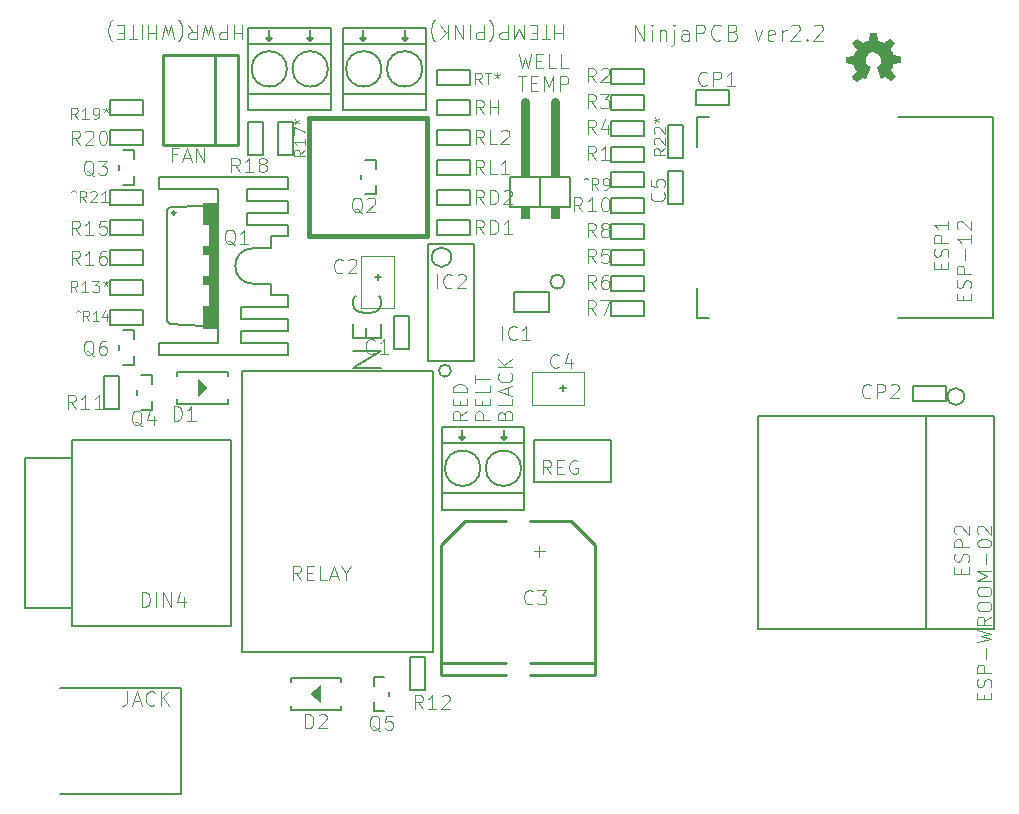
<source format=gto>
%TF.GenerationSoftware,KiCad,Pcbnew,(5.1.6-0-10_14)*%
%TF.CreationDate,2021-04-16T11:15:05+09:00*%
%TF.ProjectId,NinjaPCB_ver2.2,4e696e6a-6150-4434-925f-766572322e32,rev?*%
%TF.SameCoordinates,Original*%
%TF.FileFunction,Legend,Top*%
%TF.FilePolarity,Positive*%
%FSLAX46Y46*%
G04 Gerber Fmt 4.6, Leading zero omitted, Abs format (unit mm)*
G04 Created by KiCad (PCBNEW (5.1.6-0-10_14)) date 2021-04-16 11:15:05*
%MOMM*%
%LPD*%
G01*
G04 APERTURE LIST*
%ADD10C,0.406400*%
%ADD11C,0.101600*%
%ADD12C,0.081280*%
%ADD13C,0.071120*%
%ADD14C,0.113792*%
%ADD15C,0.127000*%
%ADD16C,0.254000*%
%ADD17C,0.203200*%
%ADD18C,0.100000*%
%ADD19C,0.762000*%
%ADD20C,0.152400*%
%ADD21C,0.200000*%
%ADD22C,0.150000*%
G04 APERTURE END LIST*
D10*
X130044500Y-76868600D02*
X140044500Y-76868600D01*
X140044500Y-76868600D02*
X140044500Y-86868600D01*
X140044500Y-86868600D02*
X130044500Y-86868600D01*
X130044500Y-86868600D02*
X130044500Y-76868600D01*
D11*
X129726774Y-128555647D02*
X129726774Y-127349147D01*
X130014036Y-127349147D01*
X130186393Y-127406600D01*
X130301298Y-127521504D01*
X130358750Y-127636409D01*
X130416202Y-127866219D01*
X130416202Y-128038576D01*
X130358750Y-128268385D01*
X130301298Y-128383290D01*
X130186393Y-128498195D01*
X130014036Y-128555647D01*
X129726774Y-128555647D01*
X130875821Y-127464052D02*
X130933274Y-127406600D01*
X131048179Y-127349147D01*
X131335440Y-127349147D01*
X131450345Y-127406600D01*
X131507798Y-127464052D01*
X131565250Y-127578957D01*
X131565250Y-127693861D01*
X131507798Y-127866219D01*
X130818369Y-128555647D01*
X131565250Y-128555647D01*
X136061655Y-128797552D02*
X135946750Y-128740100D01*
X135831845Y-128625195D01*
X135659488Y-128452838D01*
X135544583Y-128395385D01*
X135429679Y-128395385D01*
X135487131Y-128682647D02*
X135372226Y-128625195D01*
X135257321Y-128510290D01*
X135199869Y-128280480D01*
X135199869Y-127878314D01*
X135257321Y-127648504D01*
X135372226Y-127533600D01*
X135487131Y-127476147D01*
X135716940Y-127476147D01*
X135831845Y-127533600D01*
X135946750Y-127648504D01*
X136004202Y-127878314D01*
X136004202Y-128280480D01*
X135946750Y-128510290D01*
X135831845Y-128625195D01*
X135716940Y-128682647D01*
X135487131Y-128682647D01*
X137095798Y-127476147D02*
X136521274Y-127476147D01*
X136463821Y-128050671D01*
X136521274Y-127993219D01*
X136636179Y-127935766D01*
X136923440Y-127935766D01*
X137038345Y-127993219D01*
X137095798Y-128050671D01*
X137153250Y-128165576D01*
X137153250Y-128452838D01*
X137095798Y-128567742D01*
X137038345Y-128625195D01*
X136923440Y-128682647D01*
X136636179Y-128682647D01*
X136521274Y-128625195D01*
X136463821Y-128567742D01*
X139685630Y-126942747D02*
X139283463Y-126368223D01*
X138996201Y-126942747D02*
X138996201Y-125736247D01*
X139455820Y-125736247D01*
X139570725Y-125793700D01*
X139628178Y-125851152D01*
X139685630Y-125966057D01*
X139685630Y-126138414D01*
X139628178Y-126253319D01*
X139570725Y-126310771D01*
X139455820Y-126368223D01*
X138996201Y-126368223D01*
X140834678Y-126942747D02*
X140145249Y-126942747D01*
X140489963Y-126942747D02*
X140489963Y-125736247D01*
X140375059Y-125908604D01*
X140260154Y-126023509D01*
X140145249Y-126080961D01*
X141294297Y-125851152D02*
X141351749Y-125793700D01*
X141466654Y-125736247D01*
X141753916Y-125736247D01*
X141868820Y-125793700D01*
X141926273Y-125851152D01*
X141983725Y-125966057D01*
X141983725Y-126080961D01*
X141926273Y-126253319D01*
X141236844Y-126942747D01*
X141983725Y-126942747D01*
X148982030Y-117937842D02*
X148924578Y-117995295D01*
X148752220Y-118052747D01*
X148637316Y-118052747D01*
X148464959Y-117995295D01*
X148350054Y-117880390D01*
X148292601Y-117765485D01*
X148235149Y-117535676D01*
X148235149Y-117363319D01*
X148292601Y-117133509D01*
X148350054Y-117018604D01*
X148464959Y-116903700D01*
X148637316Y-116846247D01*
X148752220Y-116846247D01*
X148924578Y-116903700D01*
X148982030Y-116961152D01*
X149384197Y-116846247D02*
X150131078Y-116846247D01*
X149728911Y-117305866D01*
X149901268Y-117305866D01*
X150016173Y-117363319D01*
X150073625Y-117420771D01*
X150131078Y-117535676D01*
X150131078Y-117822938D01*
X150073625Y-117937842D01*
X150016173Y-117995295D01*
X149901268Y-118052747D01*
X149556554Y-118052747D01*
X149441649Y-117995295D01*
X149384197Y-117937842D01*
X149080001Y-113554528D02*
X149999240Y-113554528D01*
X149539620Y-114014147D02*
X149539620Y-113094909D01*
X185262371Y-115478568D02*
X185262371Y-115076401D01*
X185894347Y-114904044D02*
X185894347Y-115478568D01*
X184687847Y-115478568D01*
X184687847Y-114904044D01*
X185836895Y-114444425D02*
X185894347Y-114272068D01*
X185894347Y-113984806D01*
X185836895Y-113869901D01*
X185779442Y-113812449D01*
X185664538Y-113754997D01*
X185549633Y-113754997D01*
X185434728Y-113812449D01*
X185377276Y-113869901D01*
X185319823Y-113984806D01*
X185262371Y-114214616D01*
X185204919Y-114329520D01*
X185147466Y-114386973D01*
X185032561Y-114444425D01*
X184917657Y-114444425D01*
X184802752Y-114386973D01*
X184745300Y-114329520D01*
X184687847Y-114214616D01*
X184687847Y-113927354D01*
X184745300Y-113754997D01*
X185894347Y-113237925D02*
X184687847Y-113237925D01*
X184687847Y-112778306D01*
X184745300Y-112663401D01*
X184802752Y-112605949D01*
X184917657Y-112548497D01*
X185090014Y-112548497D01*
X185204919Y-112605949D01*
X185262371Y-112663401D01*
X185319823Y-112778306D01*
X185319823Y-113237925D01*
X184802752Y-112088878D02*
X184745300Y-112031425D01*
X184687847Y-111916520D01*
X184687847Y-111629259D01*
X184745300Y-111514354D01*
X184802752Y-111456901D01*
X184917657Y-111399449D01*
X185032561Y-111399449D01*
X185204919Y-111456901D01*
X185894347Y-112146330D01*
X185894347Y-111399449D01*
X187173721Y-126107259D02*
X187173721Y-125705092D01*
X187805697Y-125532735D02*
X187805697Y-126107259D01*
X186599197Y-126107259D01*
X186599197Y-125532735D01*
X187748245Y-125073116D02*
X187805697Y-124900759D01*
X187805697Y-124613497D01*
X187748245Y-124498592D01*
X187690792Y-124441140D01*
X187575888Y-124383687D01*
X187460983Y-124383687D01*
X187346078Y-124441140D01*
X187288626Y-124498592D01*
X187231173Y-124613497D01*
X187173721Y-124843306D01*
X187116269Y-124958211D01*
X187058816Y-125015663D01*
X186943911Y-125073116D01*
X186829007Y-125073116D01*
X186714102Y-125015663D01*
X186656650Y-124958211D01*
X186599197Y-124843306D01*
X186599197Y-124556044D01*
X186656650Y-124383687D01*
X187805697Y-123866616D02*
X186599197Y-123866616D01*
X186599197Y-123406997D01*
X186656650Y-123292092D01*
X186714102Y-123234640D01*
X186829007Y-123177187D01*
X187001364Y-123177187D01*
X187116269Y-123234640D01*
X187173721Y-123292092D01*
X187231173Y-123406997D01*
X187231173Y-123866616D01*
X187346078Y-122660116D02*
X187346078Y-121740878D01*
X186599197Y-121281259D02*
X187805697Y-120993997D01*
X186943911Y-120764187D01*
X187805697Y-120534378D01*
X186599197Y-120247116D01*
X187805697Y-119098068D02*
X187231173Y-119500235D01*
X187805697Y-119787497D02*
X186599197Y-119787497D01*
X186599197Y-119327878D01*
X186656650Y-119212973D01*
X186714102Y-119155520D01*
X186829007Y-119098068D01*
X187001364Y-119098068D01*
X187116269Y-119155520D01*
X187173721Y-119212973D01*
X187231173Y-119327878D01*
X187231173Y-119787497D01*
X186599197Y-118351187D02*
X186599197Y-118121378D01*
X186656650Y-118006473D01*
X186771554Y-117891568D01*
X187001364Y-117834116D01*
X187403530Y-117834116D01*
X187633340Y-117891568D01*
X187748245Y-118006473D01*
X187805697Y-118121378D01*
X187805697Y-118351187D01*
X187748245Y-118466092D01*
X187633340Y-118580997D01*
X187403530Y-118638449D01*
X187001364Y-118638449D01*
X186771554Y-118580997D01*
X186656650Y-118466092D01*
X186599197Y-118351187D01*
X186599197Y-117087235D02*
X186599197Y-116857425D01*
X186656650Y-116742520D01*
X186771554Y-116627616D01*
X187001364Y-116570163D01*
X187403530Y-116570163D01*
X187633340Y-116627616D01*
X187748245Y-116742520D01*
X187805697Y-116857425D01*
X187805697Y-117087235D01*
X187748245Y-117202140D01*
X187633340Y-117317044D01*
X187403530Y-117374497D01*
X187001364Y-117374497D01*
X186771554Y-117317044D01*
X186656650Y-117202140D01*
X186599197Y-117087235D01*
X187805697Y-116053092D02*
X186599197Y-116053092D01*
X187460983Y-115650925D01*
X186599197Y-115248759D01*
X187805697Y-115248759D01*
X187346078Y-114674235D02*
X187346078Y-113754997D01*
X186599197Y-112950663D02*
X186599197Y-112835759D01*
X186656650Y-112720854D01*
X186714102Y-112663401D01*
X186829007Y-112605949D01*
X187058816Y-112548497D01*
X187346078Y-112548497D01*
X187575888Y-112605949D01*
X187690792Y-112663401D01*
X187748245Y-112720854D01*
X187805697Y-112835759D01*
X187805697Y-112950663D01*
X187748245Y-113065568D01*
X187690792Y-113123020D01*
X187575888Y-113180473D01*
X187346078Y-113237925D01*
X187058816Y-113237925D01*
X186829007Y-113180473D01*
X186714102Y-113123020D01*
X186656650Y-113065568D01*
X186599197Y-112950663D01*
X186714102Y-112088878D02*
X186656650Y-112031425D01*
X186599197Y-111916520D01*
X186599197Y-111629259D01*
X186656650Y-111514354D01*
X186714102Y-111456901D01*
X186829007Y-111399449D01*
X186943911Y-111399449D01*
X187116269Y-111456901D01*
X187805697Y-112146330D01*
X187805697Y-111399449D01*
X114674855Y-125418747D02*
X114674855Y-126280533D01*
X114617402Y-126452890D01*
X114502498Y-126567795D01*
X114330140Y-126625247D01*
X114215236Y-126625247D01*
X115191926Y-126280533D02*
X115766450Y-126280533D01*
X115077021Y-126625247D02*
X115479188Y-125418747D01*
X115881355Y-126625247D01*
X116972950Y-126510342D02*
X116915498Y-126567795D01*
X116743140Y-126625247D01*
X116628236Y-126625247D01*
X116455879Y-126567795D01*
X116340974Y-126452890D01*
X116283521Y-126337985D01*
X116226069Y-126108176D01*
X116226069Y-125935819D01*
X116283521Y-125706009D01*
X116340974Y-125591104D01*
X116455879Y-125476200D01*
X116628236Y-125418747D01*
X116743140Y-125418747D01*
X116915498Y-125476200D01*
X116972950Y-125533652D01*
X117490021Y-126625247D02*
X117490021Y-125418747D01*
X118179450Y-126625247D02*
X117662379Y-125935819D01*
X118179450Y-125418747D02*
X117490021Y-126108176D01*
X115882201Y-118255947D02*
X115882201Y-117049447D01*
X116169463Y-117049447D01*
X116341820Y-117106900D01*
X116456725Y-117221804D01*
X116514178Y-117336709D01*
X116571630Y-117566519D01*
X116571630Y-117738876D01*
X116514178Y-117968685D01*
X116456725Y-118083590D01*
X116341820Y-118198495D01*
X116169463Y-118255947D01*
X115882201Y-118255947D01*
X117088701Y-118255947D02*
X117088701Y-117049447D01*
X117663225Y-118255947D02*
X117663225Y-117049447D01*
X118352654Y-118255947D01*
X118352654Y-117049447D01*
X119444249Y-117451614D02*
X119444249Y-118255947D01*
X119156987Y-116991995D02*
X118869725Y-117853780D01*
X119616606Y-117853780D01*
X177622102Y-100500742D02*
X177564650Y-100558195D01*
X177392293Y-100615647D01*
X177277388Y-100615647D01*
X177105031Y-100558195D01*
X176990126Y-100443290D01*
X176932674Y-100328385D01*
X176875221Y-100098576D01*
X176875221Y-99926219D01*
X176932674Y-99696409D01*
X176990126Y-99581504D01*
X177105031Y-99466600D01*
X177277388Y-99409147D01*
X177392293Y-99409147D01*
X177564650Y-99466600D01*
X177622102Y-99524052D01*
X178139174Y-100615647D02*
X178139174Y-99409147D01*
X178598793Y-99409147D01*
X178713698Y-99466600D01*
X178771150Y-99524052D01*
X178828602Y-99638957D01*
X178828602Y-99811314D01*
X178771150Y-99926219D01*
X178713698Y-99983671D01*
X178598793Y-100041123D01*
X178139174Y-100041123D01*
X179288221Y-99524052D02*
X179345674Y-99466600D01*
X179460579Y-99409147D01*
X179747840Y-99409147D01*
X179862745Y-99466600D01*
X179920198Y-99524052D01*
X179977650Y-99638957D01*
X179977650Y-99753861D01*
X179920198Y-99926219D01*
X179230769Y-100615647D01*
X179977650Y-100615647D01*
X163739430Y-74046642D02*
X163681978Y-74104095D01*
X163509620Y-74161547D01*
X163394716Y-74161547D01*
X163222359Y-74104095D01*
X163107454Y-73989190D01*
X163050001Y-73874285D01*
X162992549Y-73644476D01*
X162992549Y-73472119D01*
X163050001Y-73242309D01*
X163107454Y-73127404D01*
X163222359Y-73012500D01*
X163394716Y-72955047D01*
X163509620Y-72955047D01*
X163681978Y-73012500D01*
X163739430Y-73069952D01*
X164256501Y-74161547D02*
X164256501Y-72955047D01*
X164716120Y-72955047D01*
X164831025Y-73012500D01*
X164888478Y-73069952D01*
X164945930Y-73184857D01*
X164945930Y-73357214D01*
X164888478Y-73472119D01*
X164831025Y-73529571D01*
X164716120Y-73587023D01*
X164256501Y-73587023D01*
X166094978Y-74161547D02*
X165405549Y-74161547D01*
X165750263Y-74161547D02*
X165750263Y-72955047D01*
X165635359Y-73127404D01*
X165520454Y-73242309D01*
X165405549Y-73299761D01*
X183533771Y-89680568D02*
X183533771Y-89278401D01*
X184165747Y-89106044D02*
X184165747Y-89680568D01*
X182959247Y-89680568D01*
X182959247Y-89106044D01*
X184108295Y-88646425D02*
X184165747Y-88474068D01*
X184165747Y-88186806D01*
X184108295Y-88071901D01*
X184050842Y-88014449D01*
X183935938Y-87956997D01*
X183821033Y-87956997D01*
X183706128Y-88014449D01*
X183648676Y-88071901D01*
X183591223Y-88186806D01*
X183533771Y-88416616D01*
X183476319Y-88531520D01*
X183418866Y-88588973D01*
X183303961Y-88646425D01*
X183189057Y-88646425D01*
X183074152Y-88588973D01*
X183016700Y-88531520D01*
X182959247Y-88416616D01*
X182959247Y-88129354D01*
X183016700Y-87956997D01*
X184165747Y-87439925D02*
X182959247Y-87439925D01*
X182959247Y-86980306D01*
X183016700Y-86865401D01*
X183074152Y-86807949D01*
X183189057Y-86750497D01*
X183361414Y-86750497D01*
X183476319Y-86807949D01*
X183533771Y-86865401D01*
X183591223Y-86980306D01*
X183591223Y-87439925D01*
X184165747Y-85601449D02*
X184165747Y-86290878D01*
X184165747Y-85946163D02*
X182959247Y-85946163D01*
X183131604Y-86061068D01*
X183246509Y-86175973D01*
X183303961Y-86290878D01*
X185445121Y-92323378D02*
X185445121Y-91921211D01*
X186077097Y-91748854D02*
X186077097Y-92323378D01*
X184870597Y-92323378D01*
X184870597Y-91748854D01*
X186019645Y-91289235D02*
X186077097Y-91116878D01*
X186077097Y-90829616D01*
X186019645Y-90714711D01*
X185962192Y-90657259D01*
X185847288Y-90599806D01*
X185732383Y-90599806D01*
X185617478Y-90657259D01*
X185560026Y-90714711D01*
X185502573Y-90829616D01*
X185445121Y-91059425D01*
X185387669Y-91174330D01*
X185330216Y-91231782D01*
X185215311Y-91289235D01*
X185100407Y-91289235D01*
X184985502Y-91231782D01*
X184928050Y-91174330D01*
X184870597Y-91059425D01*
X184870597Y-90772163D01*
X184928050Y-90599806D01*
X186077097Y-90082735D02*
X184870597Y-90082735D01*
X184870597Y-89623116D01*
X184928050Y-89508211D01*
X184985502Y-89450759D01*
X185100407Y-89393306D01*
X185272764Y-89393306D01*
X185387669Y-89450759D01*
X185445121Y-89508211D01*
X185502573Y-89623116D01*
X185502573Y-90082735D01*
X185617478Y-88876235D02*
X185617478Y-87956997D01*
X186077097Y-86750497D02*
X186077097Y-87439925D01*
X186077097Y-87095211D02*
X184870597Y-87095211D01*
X185042954Y-87210116D01*
X185157859Y-87325020D01*
X185215311Y-87439925D01*
X184985502Y-86290878D02*
X184928050Y-86233425D01*
X184870597Y-86118520D01*
X184870597Y-85831259D01*
X184928050Y-85716354D01*
X184985502Y-85658901D01*
X185100407Y-85601449D01*
X185215311Y-85601449D01*
X185387669Y-85658901D01*
X186077097Y-86348330D01*
X186077097Y-85601449D01*
X150531430Y-107029147D02*
X150129263Y-106454623D01*
X149842001Y-107029147D02*
X149842001Y-105822647D01*
X150301620Y-105822647D01*
X150416525Y-105880100D01*
X150473978Y-105937552D01*
X150531430Y-106052457D01*
X150531430Y-106224814D01*
X150473978Y-106339719D01*
X150416525Y-106397171D01*
X150301620Y-106454623D01*
X149842001Y-106454623D01*
X151048501Y-106397171D02*
X151450668Y-106397171D01*
X151623025Y-107029147D02*
X151048501Y-107029147D01*
X151048501Y-105822647D01*
X151623025Y-105822647D01*
X152772073Y-105880100D02*
X152657168Y-105822647D01*
X152484811Y-105822647D01*
X152312454Y-105880100D01*
X152197549Y-105995004D01*
X152140097Y-106109909D01*
X152082644Y-106339719D01*
X152082644Y-106512076D01*
X152140097Y-106741885D01*
X152197549Y-106856790D01*
X152312454Y-106971695D01*
X152484811Y-107029147D01*
X152599716Y-107029147D01*
X152772073Y-106971695D01*
X152829525Y-106914242D01*
X152829525Y-106512076D01*
X152599716Y-106512076D01*
X151217230Y-97948042D02*
X151159778Y-98005495D01*
X150987420Y-98062947D01*
X150872516Y-98062947D01*
X150700159Y-98005495D01*
X150585254Y-97890590D01*
X150527801Y-97775685D01*
X150470349Y-97545876D01*
X150470349Y-97373519D01*
X150527801Y-97143709D01*
X150585254Y-97028804D01*
X150700159Y-96913900D01*
X150872516Y-96856447D01*
X150987420Y-96856447D01*
X151159778Y-96913900D01*
X151217230Y-96971352D01*
X152251373Y-97258614D02*
X152251373Y-98062947D01*
X151964111Y-96798995D02*
X151676849Y-97660780D01*
X152423730Y-97660780D01*
X129347830Y-115995347D02*
X128945663Y-115420823D01*
X128658401Y-115995347D02*
X128658401Y-114788847D01*
X129118020Y-114788847D01*
X129232925Y-114846300D01*
X129290378Y-114903752D01*
X129347830Y-115018657D01*
X129347830Y-115191014D01*
X129290378Y-115305919D01*
X129232925Y-115363371D01*
X129118020Y-115420823D01*
X128658401Y-115420823D01*
X129864901Y-115363371D02*
X130267068Y-115363371D01*
X130439425Y-115995347D02*
X129864901Y-115995347D01*
X129864901Y-114788847D01*
X130439425Y-114788847D01*
X131531020Y-115995347D02*
X130956497Y-115995347D01*
X130956497Y-114788847D01*
X131875735Y-115650633D02*
X132450259Y-115650633D01*
X131760830Y-115995347D02*
X132162997Y-114788847D01*
X132565163Y-115995347D01*
X133197140Y-115420823D02*
X133197140Y-115995347D01*
X132794973Y-114788847D02*
X133197140Y-115420823D01*
X133599306Y-114788847D01*
X143424147Y-101725869D02*
X142849623Y-102128036D01*
X143424147Y-102415298D02*
X142217647Y-102415298D01*
X142217647Y-101955679D01*
X142275100Y-101840774D01*
X142332552Y-101783321D01*
X142447457Y-101725869D01*
X142619814Y-101725869D01*
X142734719Y-101783321D01*
X142792171Y-101840774D01*
X142849623Y-101955679D01*
X142849623Y-102415298D01*
X142792171Y-101208798D02*
X142792171Y-100806631D01*
X143424147Y-100634274D02*
X143424147Y-101208798D01*
X142217647Y-101208798D01*
X142217647Y-100634274D01*
X143424147Y-100117202D02*
X142217647Y-100117202D01*
X142217647Y-99829940D01*
X142275100Y-99657583D01*
X142390004Y-99542679D01*
X142504909Y-99485226D01*
X142734719Y-99427774D01*
X142907076Y-99427774D01*
X143136885Y-99485226D01*
X143251790Y-99542679D01*
X143366695Y-99657583D01*
X143424147Y-99829940D01*
X143424147Y-100117202D01*
X145335497Y-102415298D02*
X144128997Y-102415298D01*
X144128997Y-101955679D01*
X144186450Y-101840774D01*
X144243902Y-101783321D01*
X144358807Y-101725869D01*
X144531164Y-101725869D01*
X144646069Y-101783321D01*
X144703521Y-101840774D01*
X144760973Y-101955679D01*
X144760973Y-102415298D01*
X144703521Y-101208798D02*
X144703521Y-100806631D01*
X145335497Y-100634274D02*
X145335497Y-101208798D01*
X144128997Y-101208798D01*
X144128997Y-100634274D01*
X145335497Y-99542679D02*
X145335497Y-100117202D01*
X144128997Y-100117202D01*
X144128997Y-99312869D02*
X144128997Y-98623440D01*
X145335497Y-98968155D02*
X144128997Y-98968155D01*
X146614871Y-102013131D02*
X146672323Y-101840774D01*
X146729776Y-101783321D01*
X146844680Y-101725869D01*
X147017038Y-101725869D01*
X147131942Y-101783321D01*
X147189395Y-101840774D01*
X147246847Y-101955679D01*
X147246847Y-102415298D01*
X146040347Y-102415298D01*
X146040347Y-102013131D01*
X146097800Y-101898226D01*
X146155252Y-101840774D01*
X146270157Y-101783321D01*
X146385061Y-101783321D01*
X146499966Y-101840774D01*
X146557419Y-101898226D01*
X146614871Y-102013131D01*
X146614871Y-102415298D01*
X147246847Y-100634274D02*
X147246847Y-101208798D01*
X146040347Y-101208798D01*
X146902133Y-100289560D02*
X146902133Y-99715036D01*
X147246847Y-100404464D02*
X146040347Y-100002298D01*
X147246847Y-99600131D01*
X147131942Y-98508536D02*
X147189395Y-98565988D01*
X147246847Y-98738345D01*
X147246847Y-98853250D01*
X147189395Y-99025607D01*
X147074490Y-99140512D01*
X146959585Y-99197964D01*
X146729776Y-99255417D01*
X146557419Y-99255417D01*
X146327609Y-99197964D01*
X146212704Y-99140512D01*
X146097800Y-99025607D01*
X146040347Y-98853250D01*
X146040347Y-98738345D01*
X146097800Y-98565988D01*
X146155252Y-98508536D01*
X147246847Y-97991464D02*
X146040347Y-97991464D01*
X147246847Y-97302036D02*
X146557419Y-97819107D01*
X146040347Y-97302036D02*
X146729776Y-97991464D01*
X135597802Y-96716142D02*
X135540350Y-96773595D01*
X135367993Y-96831047D01*
X135253088Y-96831047D01*
X135080731Y-96773595D01*
X134965826Y-96658690D01*
X134908374Y-96543785D01*
X134850921Y-96313976D01*
X134850921Y-96141619D01*
X134908374Y-95911809D01*
X134965826Y-95796904D01*
X135080731Y-95682000D01*
X135253088Y-95624547D01*
X135367993Y-95624547D01*
X135540350Y-95682000D01*
X135597802Y-95739452D01*
X136746850Y-96831047D02*
X136057421Y-96831047D01*
X136402136Y-96831047D02*
X136402136Y-95624547D01*
X136287231Y-95796904D01*
X136172326Y-95911809D01*
X136057421Y-95969261D01*
X132905402Y-89908942D02*
X132847950Y-89966395D01*
X132675593Y-90023847D01*
X132560688Y-90023847D01*
X132388331Y-89966395D01*
X132273426Y-89851490D01*
X132215974Y-89736585D01*
X132158521Y-89506776D01*
X132158521Y-89334419D01*
X132215974Y-89104609D01*
X132273426Y-88989704D01*
X132388331Y-88874800D01*
X132560688Y-88817347D01*
X132675593Y-88817347D01*
X132847950Y-88874800D01*
X132905402Y-88932252D01*
X133365021Y-88932252D02*
X133422474Y-88874800D01*
X133537379Y-88817347D01*
X133824640Y-88817347D01*
X133939545Y-88874800D01*
X133996998Y-88932252D01*
X134054450Y-89047157D01*
X134054450Y-89162061D01*
X133996998Y-89334419D01*
X133307569Y-90023847D01*
X134054450Y-90023847D01*
X146373450Y-95688047D02*
X146373450Y-94481547D01*
X147637402Y-95573142D02*
X147579950Y-95630595D01*
X147407593Y-95688047D01*
X147292688Y-95688047D01*
X147120331Y-95630595D01*
X147005426Y-95515690D01*
X146947974Y-95400785D01*
X146890521Y-95170976D01*
X146890521Y-94998619D01*
X146947974Y-94768809D01*
X147005426Y-94653904D01*
X147120331Y-94539000D01*
X147292688Y-94481547D01*
X147407593Y-94481547D01*
X147579950Y-94539000D01*
X147637402Y-94596452D01*
X148786450Y-95688047D02*
X148097021Y-95688047D01*
X148441736Y-95688047D02*
X148441736Y-94481547D01*
X148326831Y-94653904D01*
X148211926Y-94768809D01*
X148097021Y-94826261D01*
X140901201Y-91306547D02*
X140901201Y-90100047D01*
X142165154Y-91191642D02*
X142107701Y-91249095D01*
X141935344Y-91306547D01*
X141820440Y-91306547D01*
X141648082Y-91249095D01*
X141533178Y-91134190D01*
X141475725Y-91019285D01*
X141418273Y-90789476D01*
X141418273Y-90617119D01*
X141475725Y-90387309D01*
X141533178Y-90272404D01*
X141648082Y-90157500D01*
X141820440Y-90100047D01*
X141935344Y-90100047D01*
X142107701Y-90157500D01*
X142165154Y-90214952D01*
X142624773Y-90214952D02*
X142682225Y-90157500D01*
X142797130Y-90100047D01*
X143084392Y-90100047D01*
X143199297Y-90157500D01*
X143256749Y-90214952D01*
X143314201Y-90329857D01*
X143314201Y-90444761D01*
X143256749Y-90617119D01*
X142567320Y-91306547D01*
X143314201Y-91306547D01*
X147796697Y-71450097D02*
X148083959Y-72656597D01*
X148313768Y-71794811D01*
X148543578Y-72656597D01*
X148830840Y-71450097D01*
X149290459Y-72024621D02*
X149692625Y-72024621D01*
X149864982Y-72656597D02*
X149290459Y-72656597D01*
X149290459Y-71450097D01*
X149864982Y-71450097D01*
X150956578Y-72656597D02*
X150382054Y-72656597D01*
X150382054Y-71450097D01*
X151933268Y-72656597D02*
X151358744Y-72656597D01*
X151358744Y-71450097D01*
X147739244Y-73361447D02*
X148428673Y-73361447D01*
X148083959Y-74567947D02*
X148083959Y-73361447D01*
X148830840Y-73935971D02*
X149233006Y-73935971D01*
X149405363Y-74567947D02*
X148830840Y-74567947D01*
X148830840Y-73361447D01*
X149405363Y-73361447D01*
X149922435Y-74567947D02*
X149922435Y-73361447D01*
X150324601Y-74223233D01*
X150726768Y-73361447D01*
X150726768Y-74567947D01*
X151301292Y-74567947D02*
X151301292Y-73361447D01*
X151760911Y-73361447D01*
X151875816Y-73418900D01*
X151933268Y-73476352D01*
X151990720Y-73591257D01*
X151990720Y-73763614D01*
X151933268Y-73878519D01*
X151875816Y-73935971D01*
X151760911Y-73993423D01*
X151301292Y-73993423D01*
D12*
X144658684Y-74020638D02*
X144336951Y-73561019D01*
X144107141Y-74020638D02*
X144107141Y-73055438D01*
X144474836Y-73055438D01*
X144566760Y-73101400D01*
X144612722Y-73147361D01*
X144658684Y-73239285D01*
X144658684Y-73377171D01*
X144612722Y-73469095D01*
X144566760Y-73515057D01*
X144474836Y-73561019D01*
X144107141Y-73561019D01*
X144934455Y-73055438D02*
X145485998Y-73055438D01*
X145210227Y-74020638D02*
X145210227Y-73055438D01*
X145945617Y-73055438D02*
X145945617Y-73285247D01*
X145715808Y-73193323D02*
X145945617Y-73285247D01*
X146175427Y-73193323D01*
X145807732Y-73469095D02*
X145945617Y-73285247D01*
X146083503Y-73469095D01*
D11*
X144867230Y-76549147D02*
X144465063Y-75974623D01*
X144177801Y-76549147D02*
X144177801Y-75342647D01*
X144637420Y-75342647D01*
X144752325Y-75400100D01*
X144809778Y-75457552D01*
X144867230Y-75572457D01*
X144867230Y-75744814D01*
X144809778Y-75859719D01*
X144752325Y-75917171D01*
X144637420Y-75974623D01*
X144177801Y-75974623D01*
X145384301Y-76549147D02*
X145384301Y-75342647D01*
X145384301Y-75917171D02*
X146073730Y-75917171D01*
X146073730Y-76549147D02*
X146073730Y-75342647D01*
X144867230Y-79089147D02*
X144465063Y-78514623D01*
X144177801Y-79089147D02*
X144177801Y-77882647D01*
X144637420Y-77882647D01*
X144752325Y-77940100D01*
X144809778Y-77997552D01*
X144867230Y-78112457D01*
X144867230Y-78284814D01*
X144809778Y-78399719D01*
X144752325Y-78457171D01*
X144637420Y-78514623D01*
X144177801Y-78514623D01*
X145958825Y-79089147D02*
X145384301Y-79089147D01*
X145384301Y-77882647D01*
X146303540Y-77997552D02*
X146360992Y-77940100D01*
X146475897Y-77882647D01*
X146763159Y-77882647D01*
X146878063Y-77940100D01*
X146935516Y-77997552D01*
X146992968Y-78112457D01*
X146992968Y-78227361D01*
X146935516Y-78399719D01*
X146246087Y-79089147D01*
X146992968Y-79089147D01*
X144867230Y-81629147D02*
X144465063Y-81054623D01*
X144177801Y-81629147D02*
X144177801Y-80422647D01*
X144637420Y-80422647D01*
X144752325Y-80480100D01*
X144809778Y-80537552D01*
X144867230Y-80652457D01*
X144867230Y-80824814D01*
X144809778Y-80939719D01*
X144752325Y-80997171D01*
X144637420Y-81054623D01*
X144177801Y-81054623D01*
X145958825Y-81629147D02*
X145384301Y-81629147D01*
X145384301Y-80422647D01*
X146992968Y-81629147D02*
X146303540Y-81629147D01*
X146648254Y-81629147D02*
X146648254Y-80422647D01*
X146533349Y-80595004D01*
X146418444Y-80709909D01*
X146303540Y-80767361D01*
X144867230Y-84169147D02*
X144465063Y-83594623D01*
X144177801Y-84169147D02*
X144177801Y-82962647D01*
X144637420Y-82962647D01*
X144752325Y-83020100D01*
X144809778Y-83077552D01*
X144867230Y-83192457D01*
X144867230Y-83364814D01*
X144809778Y-83479719D01*
X144752325Y-83537171D01*
X144637420Y-83594623D01*
X144177801Y-83594623D01*
X145384301Y-84169147D02*
X145384301Y-82962647D01*
X145671563Y-82962647D01*
X145843920Y-83020100D01*
X145958825Y-83135004D01*
X146016278Y-83249909D01*
X146073730Y-83479719D01*
X146073730Y-83652076D01*
X146016278Y-83881885D01*
X145958825Y-83996790D01*
X145843920Y-84111695D01*
X145671563Y-84169147D01*
X145384301Y-84169147D01*
X146533349Y-83077552D02*
X146590801Y-83020100D01*
X146705706Y-82962647D01*
X146992968Y-82962647D01*
X147107873Y-83020100D01*
X147165325Y-83077552D01*
X147222778Y-83192457D01*
X147222778Y-83307361D01*
X147165325Y-83479719D01*
X146475897Y-84169147D01*
X147222778Y-84169147D01*
X144867230Y-86709147D02*
X144465063Y-86134623D01*
X144177801Y-86709147D02*
X144177801Y-85502647D01*
X144637420Y-85502647D01*
X144752325Y-85560100D01*
X144809778Y-85617552D01*
X144867230Y-85732457D01*
X144867230Y-85904814D01*
X144809778Y-86019719D01*
X144752325Y-86077171D01*
X144637420Y-86134623D01*
X144177801Y-86134623D01*
X145384301Y-86709147D02*
X145384301Y-85502647D01*
X145671563Y-85502647D01*
X145843920Y-85560100D01*
X145958825Y-85675004D01*
X146016278Y-85789909D01*
X146073730Y-86019719D01*
X146073730Y-86192076D01*
X146016278Y-86421885D01*
X145958825Y-86536790D01*
X145843920Y-86651695D01*
X145671563Y-86709147D01*
X145384301Y-86709147D01*
X147222778Y-86709147D02*
X146533349Y-86709147D01*
X146878063Y-86709147D02*
X146878063Y-85502647D01*
X146763159Y-85675004D01*
X146648254Y-85789909D01*
X146533349Y-85847361D01*
X154317602Y-73869447D02*
X153915436Y-73294923D01*
X153628174Y-73869447D02*
X153628174Y-72662947D01*
X154087793Y-72662947D01*
X154202698Y-72720400D01*
X154260150Y-72777852D01*
X154317602Y-72892757D01*
X154317602Y-73065114D01*
X154260150Y-73180019D01*
X154202698Y-73237471D01*
X154087793Y-73294923D01*
X153628174Y-73294923D01*
X154777221Y-72777852D02*
X154834674Y-72720400D01*
X154949579Y-72662947D01*
X155236840Y-72662947D01*
X155351745Y-72720400D01*
X155409198Y-72777852D01*
X155466650Y-72892757D01*
X155466650Y-73007661D01*
X155409198Y-73180019D01*
X154719769Y-73869447D01*
X155466650Y-73869447D01*
X154317602Y-76053847D02*
X153915436Y-75479323D01*
X153628174Y-76053847D02*
X153628174Y-74847347D01*
X154087793Y-74847347D01*
X154202698Y-74904800D01*
X154260150Y-74962252D01*
X154317602Y-75077157D01*
X154317602Y-75249514D01*
X154260150Y-75364419D01*
X154202698Y-75421871D01*
X154087793Y-75479323D01*
X153628174Y-75479323D01*
X154719769Y-74847347D02*
X155466650Y-74847347D01*
X155064483Y-75306966D01*
X155236840Y-75306966D01*
X155351745Y-75364419D01*
X155409198Y-75421871D01*
X155466650Y-75536776D01*
X155466650Y-75824038D01*
X155409198Y-75938942D01*
X155351745Y-75996395D01*
X155236840Y-76053847D01*
X154892126Y-76053847D01*
X154777221Y-75996395D01*
X154719769Y-75938942D01*
X154317602Y-78238247D02*
X153915436Y-77663723D01*
X153628174Y-78238247D02*
X153628174Y-77031747D01*
X154087793Y-77031747D01*
X154202698Y-77089200D01*
X154260150Y-77146652D01*
X154317602Y-77261557D01*
X154317602Y-77433914D01*
X154260150Y-77548819D01*
X154202698Y-77606271D01*
X154087793Y-77663723D01*
X153628174Y-77663723D01*
X155351745Y-77433914D02*
X155351745Y-78238247D01*
X155064483Y-76974295D02*
X154777221Y-77836080D01*
X155524102Y-77836080D01*
D12*
X153289410Y-82088161D02*
X153473258Y-81950276D01*
X153657106Y-82088161D01*
X154530382Y-82961438D02*
X154208648Y-82501819D01*
X153978839Y-82961438D02*
X153978839Y-81996238D01*
X154346534Y-81996238D01*
X154438458Y-82042200D01*
X154484420Y-82088161D01*
X154530382Y-82180085D01*
X154530382Y-82317971D01*
X154484420Y-82409895D01*
X154438458Y-82455857D01*
X154346534Y-82501819D01*
X153978839Y-82501819D01*
X154990001Y-82961438D02*
X155173848Y-82961438D01*
X155265772Y-82915476D01*
X155311734Y-82869514D01*
X155403658Y-82731628D01*
X155449620Y-82547780D01*
X155449620Y-82180085D01*
X155403658Y-82088161D01*
X155357696Y-82042200D01*
X155265772Y-81996238D01*
X155081925Y-81996238D01*
X154990001Y-82042200D01*
X154944039Y-82088161D01*
X154898077Y-82180085D01*
X154898077Y-82409895D01*
X154944039Y-82501819D01*
X154990001Y-82547780D01*
X155081925Y-82593742D01*
X155265772Y-82593742D01*
X155357696Y-82547780D01*
X155403658Y-82501819D01*
X155449620Y-82409895D01*
D11*
X153168555Y-84791447D02*
X152766388Y-84216923D01*
X152479126Y-84791447D02*
X152479126Y-83584947D01*
X152938745Y-83584947D01*
X153053650Y-83642400D01*
X153111102Y-83699852D01*
X153168555Y-83814757D01*
X153168555Y-83987114D01*
X153111102Y-84102019D01*
X153053650Y-84159471D01*
X152938745Y-84216923D01*
X152479126Y-84216923D01*
X154317602Y-84791447D02*
X153628174Y-84791447D01*
X153972888Y-84791447D02*
X153972888Y-83584947D01*
X153857983Y-83757304D01*
X153743079Y-83872209D01*
X153628174Y-83929661D01*
X155064483Y-83584947D02*
X155179388Y-83584947D01*
X155294293Y-83642400D01*
X155351745Y-83699852D01*
X155409198Y-83814757D01*
X155466650Y-84044566D01*
X155466650Y-84331828D01*
X155409198Y-84561638D01*
X155351745Y-84676542D01*
X155294293Y-84733995D01*
X155179388Y-84791447D01*
X155064483Y-84791447D01*
X154949579Y-84733995D01*
X154892126Y-84676542D01*
X154834674Y-84561638D01*
X154777221Y-84331828D01*
X154777221Y-84044566D01*
X154834674Y-83814757D01*
X154892126Y-83699852D01*
X154949579Y-83642400D01*
X155064483Y-83584947D01*
X154317602Y-89160247D02*
X153915436Y-88585723D01*
X153628174Y-89160247D02*
X153628174Y-87953747D01*
X154087793Y-87953747D01*
X154202698Y-88011200D01*
X154260150Y-88068652D01*
X154317602Y-88183557D01*
X154317602Y-88355914D01*
X154260150Y-88470819D01*
X154202698Y-88528271D01*
X154087793Y-88585723D01*
X153628174Y-88585723D01*
X155409198Y-87953747D02*
X154834674Y-87953747D01*
X154777221Y-88528271D01*
X154834674Y-88470819D01*
X154949579Y-88413366D01*
X155236840Y-88413366D01*
X155351745Y-88470819D01*
X155409198Y-88528271D01*
X155466650Y-88643176D01*
X155466650Y-88930438D01*
X155409198Y-89045342D01*
X155351745Y-89102795D01*
X155236840Y-89160247D01*
X154949579Y-89160247D01*
X154834674Y-89102795D01*
X154777221Y-89045342D01*
X154317602Y-91344647D02*
X153915436Y-90770123D01*
X153628174Y-91344647D02*
X153628174Y-90138147D01*
X154087793Y-90138147D01*
X154202698Y-90195600D01*
X154260150Y-90253052D01*
X154317602Y-90367957D01*
X154317602Y-90540314D01*
X154260150Y-90655219D01*
X154202698Y-90712671D01*
X154087793Y-90770123D01*
X153628174Y-90770123D01*
X155351745Y-90138147D02*
X155121936Y-90138147D01*
X155007031Y-90195600D01*
X154949579Y-90253052D01*
X154834674Y-90425409D01*
X154777221Y-90655219D01*
X154777221Y-91114838D01*
X154834674Y-91229742D01*
X154892126Y-91287195D01*
X155007031Y-91344647D01*
X155236840Y-91344647D01*
X155351745Y-91287195D01*
X155409198Y-91229742D01*
X155466650Y-91114838D01*
X155466650Y-90827576D01*
X155409198Y-90712671D01*
X155351745Y-90655219D01*
X155236840Y-90597766D01*
X155007031Y-90597766D01*
X154892126Y-90655219D01*
X154834674Y-90712671D01*
X154777221Y-90827576D01*
X154317602Y-93529047D02*
X153915436Y-92954523D01*
X153628174Y-93529047D02*
X153628174Y-92322547D01*
X154087793Y-92322547D01*
X154202698Y-92380000D01*
X154260150Y-92437452D01*
X154317602Y-92552357D01*
X154317602Y-92724714D01*
X154260150Y-92839619D01*
X154202698Y-92897071D01*
X154087793Y-92954523D01*
X153628174Y-92954523D01*
X154719769Y-92322547D02*
X155524102Y-92322547D01*
X155007031Y-93529047D01*
X118601574Y-102495247D02*
X118601574Y-101288747D01*
X118888836Y-101288747D01*
X119061193Y-101346200D01*
X119176098Y-101461104D01*
X119233550Y-101576009D01*
X119291002Y-101805819D01*
X119291002Y-101978176D01*
X119233550Y-102207985D01*
X119176098Y-102322890D01*
X119061193Y-102437795D01*
X118888836Y-102495247D01*
X118601574Y-102495247D01*
X120440050Y-102495247D02*
X119750621Y-102495247D01*
X120095336Y-102495247D02*
X120095336Y-101288747D01*
X119980431Y-101461104D01*
X119865526Y-101576009D01*
X119750621Y-101633461D01*
X115919455Y-102991152D02*
X115804550Y-102933700D01*
X115689645Y-102818795D01*
X115517288Y-102646438D01*
X115402383Y-102588985D01*
X115287479Y-102588985D01*
X115344931Y-102876247D02*
X115230026Y-102818795D01*
X115115121Y-102703890D01*
X115057669Y-102474080D01*
X115057669Y-102071914D01*
X115115121Y-101842104D01*
X115230026Y-101727200D01*
X115344931Y-101669747D01*
X115574740Y-101669747D01*
X115689645Y-101727200D01*
X115804550Y-101842104D01*
X115862002Y-102071914D01*
X115862002Y-102474080D01*
X115804550Y-102703890D01*
X115689645Y-102818795D01*
X115574740Y-102876247D01*
X115344931Y-102876247D01*
X116896145Y-102071914D02*
X116896145Y-102876247D01*
X116608883Y-101612295D02*
X116321621Y-102474080D01*
X117068502Y-102474080D01*
X110293355Y-101504647D02*
X109891188Y-100930123D01*
X109603926Y-101504647D02*
X109603926Y-100298147D01*
X110063545Y-100298147D01*
X110178450Y-100355600D01*
X110235902Y-100413052D01*
X110293355Y-100527957D01*
X110293355Y-100700314D01*
X110235902Y-100815219D01*
X110178450Y-100872671D01*
X110063545Y-100930123D01*
X109603926Y-100930123D01*
X111442402Y-101504647D02*
X110752974Y-101504647D01*
X111097688Y-101504647D02*
X111097688Y-100298147D01*
X110982783Y-100470504D01*
X110867879Y-100585409D01*
X110752974Y-100642861D01*
X112591450Y-101504647D02*
X111902021Y-101504647D01*
X112246736Y-101504647D02*
X112246736Y-100298147D01*
X112131831Y-100470504D01*
X112016926Y-100585409D01*
X111902021Y-100642861D01*
X111855455Y-97047552D02*
X111740550Y-96990100D01*
X111625645Y-96875195D01*
X111453288Y-96702838D01*
X111338383Y-96645385D01*
X111223479Y-96645385D01*
X111280931Y-96932647D02*
X111166026Y-96875195D01*
X111051121Y-96760290D01*
X110993669Y-96530480D01*
X110993669Y-96128314D01*
X111051121Y-95898504D01*
X111166026Y-95783600D01*
X111280931Y-95726147D01*
X111510740Y-95726147D01*
X111625645Y-95783600D01*
X111740550Y-95898504D01*
X111798002Y-96128314D01*
X111798002Y-96530480D01*
X111740550Y-96760290D01*
X111625645Y-96875195D01*
X111510740Y-96932647D01*
X111280931Y-96932647D01*
X112832145Y-95726147D02*
X112602336Y-95726147D01*
X112487431Y-95783600D01*
X112429979Y-95841052D01*
X112315074Y-96013409D01*
X112257621Y-96243219D01*
X112257621Y-96702838D01*
X112315074Y-96817742D01*
X112372526Y-96875195D01*
X112487431Y-96932647D01*
X112717240Y-96932647D01*
X112832145Y-96875195D01*
X112889598Y-96817742D01*
X112947050Y-96702838D01*
X112947050Y-96415576D01*
X112889598Y-96300671D01*
X112832145Y-96243219D01*
X112717240Y-96185766D01*
X112487431Y-96185766D01*
X112372526Y-96243219D01*
X112315074Y-96300671D01*
X112257621Y-96415576D01*
D13*
X110341288Y-93283816D02*
X110502155Y-93163166D01*
X110663022Y-93283816D01*
X111427138Y-94047933D02*
X111145622Y-93645766D01*
X110944538Y-94047933D02*
X110944538Y-93203383D01*
X111266272Y-93203383D01*
X111346705Y-93243600D01*
X111386922Y-93283816D01*
X111427138Y-93364250D01*
X111427138Y-93484900D01*
X111386922Y-93565333D01*
X111346705Y-93605550D01*
X111266272Y-93645766D01*
X110944538Y-93645766D01*
X112231472Y-94047933D02*
X111748872Y-94047933D01*
X111990172Y-94047933D02*
X111990172Y-93203383D01*
X111909738Y-93324033D01*
X111829305Y-93404466D01*
X111748872Y-93444683D01*
X112955372Y-93484900D02*
X112955372Y-94047933D01*
X112754288Y-93163166D02*
X112553205Y-93766416D01*
X113076022Y-93766416D01*
D12*
X110432353Y-91622838D02*
X110110620Y-91163219D01*
X109880810Y-91622838D02*
X109880810Y-90657638D01*
X110248506Y-90657638D01*
X110340429Y-90703600D01*
X110386391Y-90749561D01*
X110432353Y-90841485D01*
X110432353Y-90979371D01*
X110386391Y-91071295D01*
X110340429Y-91117257D01*
X110248506Y-91163219D01*
X109880810Y-91163219D01*
X111351591Y-91622838D02*
X110800048Y-91622838D01*
X111075820Y-91622838D02*
X111075820Y-90657638D01*
X110983896Y-90795523D01*
X110891972Y-90887447D01*
X110800048Y-90933409D01*
X111673325Y-90657638D02*
X112270829Y-90657638D01*
X111949096Y-91025333D01*
X112086982Y-91025333D01*
X112178906Y-91071295D01*
X112224868Y-91117257D01*
X112270829Y-91209180D01*
X112270829Y-91438990D01*
X112224868Y-91530914D01*
X112178906Y-91576876D01*
X112086982Y-91622838D01*
X111811210Y-91622838D01*
X111719287Y-91576876D01*
X111673325Y-91530914D01*
X112822372Y-90657638D02*
X112822372Y-90887447D01*
X112592563Y-90795523D02*
X112822372Y-90887447D01*
X113052182Y-90795523D01*
X112684487Y-91071295D02*
X112822372Y-90887447D01*
X112960258Y-91071295D01*
D11*
X110648955Y-89312647D02*
X110246788Y-88738123D01*
X109959526Y-89312647D02*
X109959526Y-88106147D01*
X110419145Y-88106147D01*
X110534050Y-88163600D01*
X110591502Y-88221052D01*
X110648955Y-88335957D01*
X110648955Y-88508314D01*
X110591502Y-88623219D01*
X110534050Y-88680671D01*
X110419145Y-88738123D01*
X109959526Y-88738123D01*
X111798002Y-89312647D02*
X111108574Y-89312647D01*
X111453288Y-89312647D02*
X111453288Y-88106147D01*
X111338383Y-88278504D01*
X111223479Y-88393409D01*
X111108574Y-88450861D01*
X112832145Y-88106147D02*
X112602336Y-88106147D01*
X112487431Y-88163600D01*
X112429979Y-88221052D01*
X112315074Y-88393409D01*
X112257621Y-88623219D01*
X112257621Y-89082838D01*
X112315074Y-89197742D01*
X112372526Y-89255195D01*
X112487431Y-89312647D01*
X112717240Y-89312647D01*
X112832145Y-89255195D01*
X112889598Y-89197742D01*
X112947050Y-89082838D01*
X112947050Y-88795576D01*
X112889598Y-88680671D01*
X112832145Y-88623219D01*
X112717240Y-88565766D01*
X112487431Y-88565766D01*
X112372526Y-88623219D01*
X112315074Y-88680671D01*
X112257621Y-88795576D01*
X110648955Y-86772647D02*
X110246788Y-86198123D01*
X109959526Y-86772647D02*
X109959526Y-85566147D01*
X110419145Y-85566147D01*
X110534050Y-85623600D01*
X110591502Y-85681052D01*
X110648955Y-85795957D01*
X110648955Y-85968314D01*
X110591502Y-86083219D01*
X110534050Y-86140671D01*
X110419145Y-86198123D01*
X109959526Y-86198123D01*
X111798002Y-86772647D02*
X111108574Y-86772647D01*
X111453288Y-86772647D02*
X111453288Y-85566147D01*
X111338383Y-85738504D01*
X111223479Y-85853409D01*
X111108574Y-85910861D01*
X112889598Y-85566147D02*
X112315074Y-85566147D01*
X112257621Y-86140671D01*
X112315074Y-86083219D01*
X112429979Y-86025766D01*
X112717240Y-86025766D01*
X112832145Y-86083219D01*
X112889598Y-86140671D01*
X112947050Y-86255576D01*
X112947050Y-86542838D01*
X112889598Y-86657742D01*
X112832145Y-86715195D01*
X112717240Y-86772647D01*
X112429979Y-86772647D01*
X112315074Y-86715195D01*
X112257621Y-86657742D01*
D12*
X109926772Y-83154961D02*
X110110620Y-83017076D01*
X110294468Y-83154961D01*
X111167744Y-84028238D02*
X110846010Y-83568619D01*
X110616201Y-84028238D02*
X110616201Y-83063038D01*
X110983896Y-83063038D01*
X111075820Y-83109000D01*
X111121782Y-83154961D01*
X111167744Y-83246885D01*
X111167744Y-83384771D01*
X111121782Y-83476695D01*
X111075820Y-83522657D01*
X110983896Y-83568619D01*
X110616201Y-83568619D01*
X111535439Y-83154961D02*
X111581401Y-83109000D01*
X111673325Y-83063038D01*
X111903134Y-83063038D01*
X111995058Y-83109000D01*
X112041020Y-83154961D01*
X112086982Y-83246885D01*
X112086982Y-83338809D01*
X112041020Y-83476695D01*
X111489477Y-84028238D01*
X112086982Y-84028238D01*
X113006220Y-84028238D02*
X112454677Y-84028238D01*
X112730448Y-84028238D02*
X112730448Y-83063038D01*
X112638525Y-83200923D01*
X112546601Y-83292847D01*
X112454677Y-83338809D01*
D11*
X111855455Y-81807552D02*
X111740550Y-81750100D01*
X111625645Y-81635195D01*
X111453288Y-81462838D01*
X111338383Y-81405385D01*
X111223479Y-81405385D01*
X111280931Y-81692647D02*
X111166026Y-81635195D01*
X111051121Y-81520290D01*
X110993669Y-81290480D01*
X110993669Y-80888314D01*
X111051121Y-80658504D01*
X111166026Y-80543600D01*
X111280931Y-80486147D01*
X111510740Y-80486147D01*
X111625645Y-80543600D01*
X111740550Y-80658504D01*
X111798002Y-80888314D01*
X111798002Y-81290480D01*
X111740550Y-81520290D01*
X111625645Y-81635195D01*
X111510740Y-81692647D01*
X111280931Y-81692647D01*
X112200169Y-80486147D02*
X112947050Y-80486147D01*
X112544883Y-80945766D01*
X112717240Y-80945766D01*
X112832145Y-81003219D01*
X112889598Y-81060671D01*
X112947050Y-81175576D01*
X112947050Y-81462838D01*
X112889598Y-81577742D01*
X112832145Y-81635195D01*
X112717240Y-81692647D01*
X112372526Y-81692647D01*
X112257621Y-81635195D01*
X112200169Y-81577742D01*
X110648955Y-79152647D02*
X110246788Y-78578123D01*
X109959526Y-79152647D02*
X109959526Y-77946147D01*
X110419145Y-77946147D01*
X110534050Y-78003600D01*
X110591502Y-78061052D01*
X110648955Y-78175957D01*
X110648955Y-78348314D01*
X110591502Y-78463219D01*
X110534050Y-78520671D01*
X110419145Y-78578123D01*
X109959526Y-78578123D01*
X111108574Y-78061052D02*
X111166026Y-78003600D01*
X111280931Y-77946147D01*
X111568193Y-77946147D01*
X111683098Y-78003600D01*
X111740550Y-78061052D01*
X111798002Y-78175957D01*
X111798002Y-78290861D01*
X111740550Y-78463219D01*
X111051121Y-79152647D01*
X111798002Y-79152647D01*
X112544883Y-77946147D02*
X112659788Y-77946147D01*
X112774693Y-78003600D01*
X112832145Y-78061052D01*
X112889598Y-78175957D01*
X112947050Y-78405766D01*
X112947050Y-78693028D01*
X112889598Y-78922838D01*
X112832145Y-79037742D01*
X112774693Y-79095195D01*
X112659788Y-79152647D01*
X112544883Y-79152647D01*
X112429979Y-79095195D01*
X112372526Y-79037742D01*
X112315074Y-78922838D01*
X112257621Y-78693028D01*
X112257621Y-78405766D01*
X112315074Y-78175957D01*
X112372526Y-78061052D01*
X112429979Y-78003600D01*
X112544883Y-77946147D01*
D12*
X110457753Y-76967038D02*
X110136020Y-76507419D01*
X109906210Y-76967038D02*
X109906210Y-76001838D01*
X110273906Y-76001838D01*
X110365829Y-76047800D01*
X110411791Y-76093761D01*
X110457753Y-76185685D01*
X110457753Y-76323571D01*
X110411791Y-76415495D01*
X110365829Y-76461457D01*
X110273906Y-76507419D01*
X109906210Y-76507419D01*
X111376991Y-76967038D02*
X110825448Y-76967038D01*
X111101220Y-76967038D02*
X111101220Y-76001838D01*
X111009296Y-76139723D01*
X110917372Y-76231647D01*
X110825448Y-76277609D01*
X111836610Y-76967038D02*
X112020458Y-76967038D01*
X112112382Y-76921076D01*
X112158344Y-76875114D01*
X112250268Y-76737228D01*
X112296229Y-76553380D01*
X112296229Y-76185685D01*
X112250268Y-76093761D01*
X112204306Y-76047800D01*
X112112382Y-76001838D01*
X111928534Y-76001838D01*
X111836610Y-76047800D01*
X111790648Y-76093761D01*
X111744687Y-76185685D01*
X111744687Y-76415495D01*
X111790648Y-76507419D01*
X111836610Y-76553380D01*
X111928534Y-76599342D01*
X112112382Y-76599342D01*
X112204306Y-76553380D01*
X112250268Y-76507419D01*
X112296229Y-76415495D01*
X112847772Y-76001838D02*
X112847772Y-76231647D01*
X112617963Y-76139723D02*
X112847772Y-76231647D01*
X113077582Y-76139723D01*
X112709887Y-76415495D02*
X112847772Y-76231647D01*
X112985658Y-76415495D01*
D11*
X118839850Y-79968471D02*
X118437683Y-79968471D01*
X118437683Y-80600447D02*
X118437683Y-79393947D01*
X119012207Y-79393947D01*
X119414374Y-80255733D02*
X119988898Y-80255733D01*
X119299469Y-80600447D02*
X119701636Y-79393947D01*
X120103802Y-80600447D01*
X120505969Y-80600447D02*
X120505969Y-79393947D01*
X121195398Y-80600447D01*
X121195398Y-79393947D01*
X134563055Y-84957152D02*
X134448150Y-84899700D01*
X134333245Y-84784795D01*
X134160888Y-84612438D01*
X134045983Y-84554985D01*
X133931079Y-84554985D01*
X133988531Y-84842247D02*
X133873626Y-84784795D01*
X133758721Y-84669890D01*
X133701269Y-84440080D01*
X133701269Y-84037914D01*
X133758721Y-83808104D01*
X133873626Y-83693200D01*
X133988531Y-83635747D01*
X134218340Y-83635747D01*
X134333245Y-83693200D01*
X134448150Y-83808104D01*
X134505602Y-84037914D01*
X134505602Y-84440080D01*
X134448150Y-84669890D01*
X134333245Y-84784795D01*
X134218340Y-84842247D01*
X133988531Y-84842247D01*
X134965221Y-83750652D02*
X135022674Y-83693200D01*
X135137579Y-83635747D01*
X135424840Y-83635747D01*
X135539745Y-83693200D01*
X135597198Y-83750652D01*
X135654650Y-83865557D01*
X135654650Y-83980461D01*
X135597198Y-84152819D01*
X134907769Y-84842247D01*
X135654650Y-84842247D01*
D12*
X129706938Y-79569546D02*
X129247319Y-79891279D01*
X129706938Y-80121089D02*
X128741738Y-80121089D01*
X128741738Y-79753393D01*
X128787700Y-79661470D01*
X128833661Y-79615508D01*
X128925585Y-79569546D01*
X129063471Y-79569546D01*
X129155395Y-79615508D01*
X129201357Y-79661470D01*
X129247319Y-79753393D01*
X129247319Y-80121089D01*
X129706938Y-78650308D02*
X129706938Y-79201851D01*
X129706938Y-78926079D02*
X128741738Y-78926079D01*
X128879623Y-79018003D01*
X128971547Y-79109927D01*
X129017509Y-79201851D01*
X128741738Y-78328574D02*
X128741738Y-77685108D01*
X129706938Y-78098765D01*
X128741738Y-77179527D02*
X128971547Y-77179527D01*
X128879623Y-77409336D02*
X128971547Y-77179527D01*
X128879623Y-76949717D01*
X129155395Y-77317412D02*
X128971547Y-77179527D01*
X129155395Y-77041641D01*
D11*
X124161755Y-81464047D02*
X123759588Y-80889523D01*
X123472326Y-81464047D02*
X123472326Y-80257547D01*
X123931945Y-80257547D01*
X124046850Y-80315000D01*
X124104302Y-80372452D01*
X124161755Y-80487357D01*
X124161755Y-80659714D01*
X124104302Y-80774619D01*
X124046850Y-80832071D01*
X123931945Y-80889523D01*
X123472326Y-80889523D01*
X125310802Y-81464047D02*
X124621374Y-81464047D01*
X124966088Y-81464047D02*
X124966088Y-80257547D01*
X124851183Y-80429904D01*
X124736279Y-80544809D01*
X124621374Y-80602261D01*
X126000231Y-80774619D02*
X125885326Y-80717166D01*
X125827874Y-80659714D01*
X125770421Y-80544809D01*
X125770421Y-80487357D01*
X125827874Y-80372452D01*
X125885326Y-80315000D01*
X126000231Y-80257547D01*
X126230040Y-80257547D01*
X126344945Y-80315000D01*
X126402398Y-80372452D01*
X126459850Y-80487357D01*
X126459850Y-80544809D01*
X126402398Y-80659714D01*
X126344945Y-80717166D01*
X126230040Y-80774619D01*
X126000231Y-80774619D01*
X125885326Y-80832071D01*
X125827874Y-80889523D01*
X125770421Y-81004428D01*
X125770421Y-81234238D01*
X125827874Y-81349142D01*
X125885326Y-81406595D01*
X126000231Y-81464047D01*
X126230040Y-81464047D01*
X126344945Y-81406595D01*
X126402398Y-81349142D01*
X126459850Y-81234238D01*
X126459850Y-81004428D01*
X126402398Y-80889523D01*
X126344945Y-80832071D01*
X126230040Y-80774619D01*
X123798535Y-87662252D02*
X123683630Y-87604800D01*
X123568725Y-87489895D01*
X123396368Y-87317538D01*
X123281463Y-87260085D01*
X123166559Y-87260085D01*
X123224011Y-87547347D02*
X123109106Y-87489895D01*
X122994201Y-87374990D01*
X122936749Y-87145180D01*
X122936749Y-86743014D01*
X122994201Y-86513204D01*
X123109106Y-86398300D01*
X123224011Y-86340847D01*
X123453820Y-86340847D01*
X123568725Y-86398300D01*
X123683630Y-86513204D01*
X123741082Y-86743014D01*
X123741082Y-87145180D01*
X123683630Y-87374990D01*
X123568725Y-87489895D01*
X123453820Y-87547347D01*
X123224011Y-87547347D01*
X124890130Y-87547347D02*
X124200701Y-87547347D01*
X124545416Y-87547347D02*
X124545416Y-86340847D01*
X124430511Y-86513204D01*
X124315606Y-86628109D01*
X124200701Y-86685561D01*
X124370398Y-69018652D02*
X124370398Y-70225152D01*
X124370398Y-69650628D02*
X123680969Y-69650628D01*
X123680969Y-69018652D02*
X123680969Y-70225152D01*
X123106445Y-69018652D02*
X123106445Y-70225152D01*
X122646826Y-70225152D01*
X122531921Y-70167700D01*
X122474469Y-70110247D01*
X122417017Y-69995342D01*
X122417017Y-69822985D01*
X122474469Y-69708080D01*
X122531921Y-69650628D01*
X122646826Y-69593176D01*
X123106445Y-69593176D01*
X122014850Y-70225152D02*
X121727588Y-69018652D01*
X121497779Y-69880438D01*
X121267969Y-69018652D01*
X120980707Y-70225152D01*
X119831660Y-69018652D02*
X120233826Y-69593176D01*
X120521088Y-69018652D02*
X120521088Y-70225152D01*
X120061469Y-70225152D01*
X119946564Y-70167700D01*
X119889112Y-70110247D01*
X119831660Y-69995342D01*
X119831660Y-69822985D01*
X119889112Y-69708080D01*
X119946564Y-69650628D01*
X120061469Y-69593176D01*
X120521088Y-69593176D01*
X118969874Y-68559033D02*
X119027326Y-68616485D01*
X119142231Y-68788842D01*
X119199683Y-68903747D01*
X119257136Y-69076104D01*
X119314588Y-69363366D01*
X119314588Y-69593176D01*
X119257136Y-69880438D01*
X119199683Y-70052795D01*
X119142231Y-70167700D01*
X119027326Y-70340057D01*
X118969874Y-70397509D01*
X118625160Y-70225152D02*
X118337898Y-69018652D01*
X118108088Y-69880438D01*
X117878279Y-69018652D01*
X117591017Y-70225152D01*
X117131398Y-69018652D02*
X117131398Y-70225152D01*
X117131398Y-69650628D02*
X116441969Y-69650628D01*
X116441969Y-69018652D02*
X116441969Y-70225152D01*
X115867445Y-69018652D02*
X115867445Y-70225152D01*
X115465279Y-70225152D02*
X114775850Y-70225152D01*
X115120564Y-69018652D02*
X115120564Y-70225152D01*
X114373683Y-69650628D02*
X113971517Y-69650628D01*
X113799160Y-69018652D02*
X114373683Y-69018652D01*
X114373683Y-70225152D01*
X113799160Y-70225152D01*
X113396993Y-68559033D02*
X113339540Y-68616485D01*
X113224636Y-68788842D01*
X113167183Y-68903747D01*
X113109731Y-69076104D01*
X113052279Y-69363366D01*
X113052279Y-69593176D01*
X113109731Y-69880438D01*
X113167183Y-70052795D01*
X113224636Y-70167700D01*
X113339540Y-70340057D01*
X113396993Y-70397509D01*
X151513563Y-69018652D02*
X151513563Y-70225152D01*
X151513563Y-69650628D02*
X150824135Y-69650628D01*
X150824135Y-69018652D02*
X150824135Y-70225152D01*
X150421968Y-70225152D02*
X149732540Y-70225152D01*
X150077254Y-69018652D02*
X150077254Y-70225152D01*
X149330373Y-69650628D02*
X148928206Y-69650628D01*
X148755849Y-69018652D02*
X149330373Y-69018652D01*
X149330373Y-70225152D01*
X148755849Y-70225152D01*
X148238778Y-69018652D02*
X148238778Y-70225152D01*
X147836611Y-69363366D01*
X147434444Y-70225152D01*
X147434444Y-69018652D01*
X146859920Y-69018652D02*
X146859920Y-70225152D01*
X146400301Y-70225152D01*
X146285397Y-70167700D01*
X146227944Y-70110247D01*
X146170492Y-69995342D01*
X146170492Y-69822985D01*
X146227944Y-69708080D01*
X146285397Y-69650628D01*
X146400301Y-69593176D01*
X146859920Y-69593176D01*
X145308706Y-68559033D02*
X145366159Y-68616485D01*
X145481063Y-68788842D01*
X145538516Y-68903747D01*
X145595968Y-69076104D01*
X145653420Y-69363366D01*
X145653420Y-69593176D01*
X145595968Y-69880438D01*
X145538516Y-70052795D01*
X145481063Y-70167700D01*
X145366159Y-70340057D01*
X145308706Y-70397509D01*
X144849087Y-69018652D02*
X144849087Y-70225152D01*
X144389468Y-70225152D01*
X144274563Y-70167700D01*
X144217111Y-70110247D01*
X144159659Y-69995342D01*
X144159659Y-69822985D01*
X144217111Y-69708080D01*
X144274563Y-69650628D01*
X144389468Y-69593176D01*
X144849087Y-69593176D01*
X143642587Y-69018652D02*
X143642587Y-70225152D01*
X143068063Y-69018652D02*
X143068063Y-70225152D01*
X142378635Y-69018652D01*
X142378635Y-70225152D01*
X141804111Y-69018652D02*
X141804111Y-70225152D01*
X141114682Y-69018652D02*
X141631754Y-69708080D01*
X141114682Y-70225152D02*
X141804111Y-69535723D01*
X140712516Y-68559033D02*
X140655063Y-68616485D01*
X140540159Y-68788842D01*
X140482706Y-68903747D01*
X140425254Y-69076104D01*
X140367801Y-69363366D01*
X140367801Y-69593176D01*
X140425254Y-69880438D01*
X140482706Y-70052795D01*
X140540159Y-70167700D01*
X140655063Y-70340057D01*
X140712516Y-70397509D01*
D14*
X157673121Y-70324333D02*
X157673121Y-68973053D01*
X158445281Y-70324333D01*
X158445281Y-68973053D01*
X159088748Y-70324333D02*
X159088748Y-69423480D01*
X159088748Y-68973053D02*
X159024401Y-69037400D01*
X159088748Y-69101746D01*
X159153095Y-69037400D01*
X159088748Y-68973053D01*
X159088748Y-69101746D01*
X159732215Y-69423480D02*
X159732215Y-70324333D01*
X159732215Y-69552173D02*
X159796561Y-69487826D01*
X159925255Y-69423480D01*
X160118295Y-69423480D01*
X160246988Y-69487826D01*
X160311335Y-69616520D01*
X160311335Y-70324333D01*
X160954801Y-69423480D02*
X160954801Y-70581720D01*
X160890455Y-70710413D01*
X160761761Y-70774760D01*
X160697415Y-70774760D01*
X160954801Y-68973053D02*
X160890455Y-69037400D01*
X160954801Y-69101746D01*
X161019148Y-69037400D01*
X160954801Y-68973053D01*
X160954801Y-69101746D01*
X162177388Y-70324333D02*
X162177388Y-69616520D01*
X162113041Y-69487826D01*
X161984348Y-69423480D01*
X161726961Y-69423480D01*
X161598268Y-69487826D01*
X162177388Y-70259986D02*
X162048695Y-70324333D01*
X161726961Y-70324333D01*
X161598268Y-70259986D01*
X161533921Y-70131293D01*
X161533921Y-70002600D01*
X161598268Y-69873906D01*
X161726961Y-69809560D01*
X162048695Y-69809560D01*
X162177388Y-69745213D01*
X162820855Y-70324333D02*
X162820855Y-68973053D01*
X163335628Y-68973053D01*
X163464321Y-69037400D01*
X163528668Y-69101746D01*
X163593015Y-69230440D01*
X163593015Y-69423480D01*
X163528668Y-69552173D01*
X163464321Y-69616520D01*
X163335628Y-69680866D01*
X162820855Y-69680866D01*
X164944295Y-70195640D02*
X164879948Y-70259986D01*
X164686908Y-70324333D01*
X164558215Y-70324333D01*
X164365175Y-70259986D01*
X164236481Y-70131293D01*
X164172135Y-70002600D01*
X164107788Y-69745213D01*
X164107788Y-69552173D01*
X164172135Y-69294786D01*
X164236481Y-69166093D01*
X164365175Y-69037400D01*
X164558215Y-68973053D01*
X164686908Y-68973053D01*
X164879948Y-69037400D01*
X164944295Y-69101746D01*
X165973841Y-69616520D02*
X166166881Y-69680866D01*
X166231228Y-69745213D01*
X166295575Y-69873906D01*
X166295575Y-70066946D01*
X166231228Y-70195640D01*
X166166881Y-70259986D01*
X166038188Y-70324333D01*
X165523415Y-70324333D01*
X165523415Y-68973053D01*
X165973841Y-68973053D01*
X166102535Y-69037400D01*
X166166881Y-69101746D01*
X166231228Y-69230440D01*
X166231228Y-69359133D01*
X166166881Y-69487826D01*
X166102535Y-69552173D01*
X165973841Y-69616520D01*
X165523415Y-69616520D01*
X167775548Y-69423480D02*
X168097281Y-70324333D01*
X168419015Y-69423480D01*
X169448561Y-70259986D02*
X169319868Y-70324333D01*
X169062481Y-70324333D01*
X168933788Y-70259986D01*
X168869441Y-70131293D01*
X168869441Y-69616520D01*
X168933788Y-69487826D01*
X169062481Y-69423480D01*
X169319868Y-69423480D01*
X169448561Y-69487826D01*
X169512908Y-69616520D01*
X169512908Y-69745213D01*
X168869441Y-69873906D01*
X170092028Y-70324333D02*
X170092028Y-69423480D01*
X170092028Y-69680866D02*
X170156375Y-69552173D01*
X170220721Y-69487826D01*
X170349415Y-69423480D01*
X170478108Y-69423480D01*
X170864188Y-69101746D02*
X170928535Y-69037400D01*
X171057228Y-68973053D01*
X171378961Y-68973053D01*
X171507655Y-69037400D01*
X171572001Y-69101746D01*
X171636348Y-69230440D01*
X171636348Y-69359133D01*
X171572001Y-69552173D01*
X170799841Y-70324333D01*
X171636348Y-70324333D01*
X172215468Y-70195640D02*
X172279815Y-70259986D01*
X172215468Y-70324333D01*
X172151121Y-70259986D01*
X172215468Y-70195640D01*
X172215468Y-70324333D01*
X172794588Y-69101746D02*
X172858935Y-69037400D01*
X172987628Y-68973053D01*
X173309361Y-68973053D01*
X173438055Y-69037400D01*
X173502401Y-69101746D01*
X173566748Y-69230440D01*
X173566748Y-69359133D01*
X173502401Y-69552173D01*
X172730241Y-70324333D01*
X173566748Y-70324333D01*
D11*
X154317602Y-80422647D02*
X153915436Y-79848123D01*
X153628174Y-80422647D02*
X153628174Y-79216147D01*
X154087793Y-79216147D01*
X154202698Y-79273600D01*
X154260150Y-79331052D01*
X154317602Y-79445957D01*
X154317602Y-79618314D01*
X154260150Y-79733219D01*
X154202698Y-79790671D01*
X154087793Y-79848123D01*
X153628174Y-79848123D01*
X155466650Y-80422647D02*
X154777221Y-80422647D01*
X155121936Y-80422647D02*
X155121936Y-79216147D01*
X155007031Y-79388504D01*
X154892126Y-79503409D01*
X154777221Y-79560861D01*
X154317602Y-86975847D02*
X153915436Y-86401323D01*
X153628174Y-86975847D02*
X153628174Y-85769347D01*
X154087793Y-85769347D01*
X154202698Y-85826800D01*
X154260150Y-85884252D01*
X154317602Y-85999157D01*
X154317602Y-86171514D01*
X154260150Y-86286419D01*
X154202698Y-86343871D01*
X154087793Y-86401323D01*
X153628174Y-86401323D01*
X155007031Y-86286419D02*
X154892126Y-86228966D01*
X154834674Y-86171514D01*
X154777221Y-86056609D01*
X154777221Y-85999157D01*
X154834674Y-85884252D01*
X154892126Y-85826800D01*
X155007031Y-85769347D01*
X155236840Y-85769347D01*
X155351745Y-85826800D01*
X155409198Y-85884252D01*
X155466650Y-85999157D01*
X155466650Y-86056609D01*
X155409198Y-86171514D01*
X155351745Y-86228966D01*
X155236840Y-86286419D01*
X155007031Y-86286419D01*
X154892126Y-86343871D01*
X154834674Y-86401323D01*
X154777221Y-86516228D01*
X154777221Y-86746038D01*
X154834674Y-86860942D01*
X154892126Y-86918395D01*
X155007031Y-86975847D01*
X155236840Y-86975847D01*
X155351745Y-86918395D01*
X155409198Y-86860942D01*
X155466650Y-86746038D01*
X155466650Y-86516228D01*
X155409198Y-86401323D01*
X155351745Y-86343871D01*
X155236840Y-86286419D01*
D12*
X160186938Y-79455415D02*
X159727319Y-79777148D01*
X160186938Y-80006958D02*
X159221738Y-80006958D01*
X159221738Y-79639263D01*
X159267700Y-79547339D01*
X159313661Y-79501377D01*
X159405585Y-79455415D01*
X159543471Y-79455415D01*
X159635395Y-79501377D01*
X159681357Y-79547339D01*
X159727319Y-79639263D01*
X159727319Y-80006958D01*
X159313661Y-79087720D02*
X159267700Y-79041758D01*
X159221738Y-78949834D01*
X159221738Y-78720025D01*
X159267700Y-78628101D01*
X159313661Y-78582139D01*
X159405585Y-78536177D01*
X159497509Y-78536177D01*
X159635395Y-78582139D01*
X160186938Y-79133682D01*
X160186938Y-78536177D01*
X159313661Y-78168482D02*
X159267700Y-78122520D01*
X159221738Y-78030596D01*
X159221738Y-77800787D01*
X159267700Y-77708863D01*
X159313661Y-77662901D01*
X159405585Y-77616939D01*
X159497509Y-77616939D01*
X159635395Y-77662901D01*
X160186938Y-78214444D01*
X160186938Y-77616939D01*
X159221738Y-77065396D02*
X159451547Y-77065396D01*
X159359623Y-77295206D02*
X159451547Y-77065396D01*
X159359623Y-76835587D01*
X159635395Y-77203282D02*
X159451547Y-77065396D01*
X159635395Y-76927510D01*
D11*
X160060542Y-83183869D02*
X160117995Y-83241321D01*
X160175447Y-83413679D01*
X160175447Y-83528583D01*
X160117995Y-83700940D01*
X160003090Y-83815845D01*
X159888185Y-83873298D01*
X159658376Y-83930750D01*
X159486019Y-83930750D01*
X159256209Y-83873298D01*
X159141304Y-83815845D01*
X159026400Y-83700940D01*
X158968947Y-83528583D01*
X158968947Y-83413679D01*
X159026400Y-83241321D01*
X159083852Y-83183869D01*
X158968947Y-82092274D02*
X158968947Y-82666798D01*
X159543471Y-82724250D01*
X159486019Y-82666798D01*
X159428566Y-82551893D01*
X159428566Y-82264631D01*
X159486019Y-82149726D01*
X159543471Y-82092274D01*
X159658376Y-82034821D01*
X159945638Y-82034821D01*
X160060542Y-82092274D01*
X160117995Y-82149726D01*
X160175447Y-82264631D01*
X160175447Y-82551893D01*
X160117995Y-82666798D01*
X160060542Y-82724250D01*
D15*
%TO.C,HEATER_POWER1*%
X129907500Y-70081200D02*
X130161500Y-70335200D01*
X130415500Y-70081200D02*
X129907500Y-70081200D01*
X130161500Y-70335200D02*
X130415500Y-70081200D01*
X130161500Y-69446200D02*
X130161500Y-70335200D01*
X126402300Y-70081200D02*
X126656300Y-70335200D01*
X126910300Y-70081200D02*
X126402300Y-70081200D01*
X126656300Y-70335200D02*
X126910300Y-70081200D01*
X126656300Y-69446200D02*
X126656300Y-70335200D01*
X131638900Y-72722800D02*
G75*
G03*
X131638900Y-72722800I-1500000J0D01*
G01*
X128178900Y-72722800D02*
G75*
G03*
X128178900Y-72722800I-1500000J0D01*
G01*
X124908900Y-74822800D02*
X131908900Y-74822800D01*
X124908900Y-70622800D02*
X131908900Y-70622800D01*
X124908900Y-70622800D02*
X124908900Y-69222800D01*
X124908900Y-74822800D02*
X124908900Y-70622800D01*
X124908900Y-76222800D02*
X124908900Y-74822800D01*
X131908900Y-76222800D02*
X124908900Y-76222800D01*
X131908900Y-74822800D02*
X131908900Y-76222800D01*
X131908900Y-70622800D02*
X131908900Y-74822800D01*
X131908900Y-69222800D02*
X131908900Y-70622800D01*
X124908900Y-69222800D02*
X131908900Y-69222800D01*
%TO.C,HEATER_TEMP1*%
X137907500Y-70081200D02*
X138161500Y-70335200D01*
X138415500Y-70081200D02*
X137907500Y-70081200D01*
X138161500Y-70335200D02*
X138415500Y-70081200D01*
X138161500Y-69446200D02*
X138161500Y-70335200D01*
X134402300Y-70081200D02*
X134656300Y-70335200D01*
X134910300Y-70081200D02*
X134402300Y-70081200D01*
X134656300Y-70335200D02*
X134910300Y-70081200D01*
X134656300Y-69446200D02*
X134656300Y-70335200D01*
X139638900Y-72722800D02*
G75*
G03*
X139638900Y-72722800I-1500000J0D01*
G01*
X136178900Y-72722800D02*
G75*
G03*
X136178900Y-72722800I-1500000J0D01*
G01*
X132908900Y-74822800D02*
X139908900Y-74822800D01*
X132908900Y-70622800D02*
X139908900Y-70622800D01*
X132908900Y-70622800D02*
X132908900Y-69222800D01*
X132908900Y-74822800D02*
X132908900Y-70622800D01*
X132908900Y-76222800D02*
X132908900Y-74822800D01*
X139908900Y-76222800D02*
X132908900Y-76222800D01*
X139908900Y-74822800D02*
X139908900Y-76222800D01*
X139908900Y-70622800D02*
X139908900Y-74822800D01*
X139908900Y-69222800D02*
X139908900Y-70622800D01*
X132908900Y-69222800D02*
X139908900Y-69222800D01*
D16*
%TO.C,FAN1*%
X122098500Y-71508000D02*
X122098500Y-79128000D01*
X122098500Y-71508000D02*
X124003500Y-71508000D01*
X117653500Y-71508000D02*
X122098500Y-71508000D01*
X117653500Y-79128000D02*
X117653500Y-71508000D01*
X122098500Y-79128000D02*
X117653500Y-79128000D01*
X124003500Y-79128000D02*
X122098500Y-79128000D01*
X124003500Y-71508000D02*
X124003500Y-79128000D01*
D17*
%TO.C,REG1*%
X149083100Y-104110800D02*
X155637100Y-104110800D01*
X149083100Y-107666800D02*
X149083100Y-104110800D01*
X155637100Y-107666800D02*
X149083100Y-107666800D01*
X155637100Y-104110800D02*
X155637100Y-107666800D01*
D15*
%TO.C,C4*%
X151560000Y-99508200D02*
X151560000Y-100016200D01*
X151814000Y-99762200D02*
X151306000Y-99762200D01*
D11*
X153338000Y-98365200D02*
X153338000Y-101159200D01*
X148893000Y-98365200D02*
X153338000Y-98365200D01*
X148893000Y-101159200D02*
X148893000Y-98365200D01*
X153338000Y-101159200D02*
X148893000Y-101159200D01*
D16*
%TO.C,C3*%
X148726900Y-122999200D02*
X154226900Y-122999200D01*
X141226900Y-122999200D02*
X146726900Y-122999200D01*
X146726900Y-123999200D02*
X141226900Y-123999200D01*
X154226900Y-123999200D02*
X148726900Y-123999200D01*
X152226900Y-110999200D02*
X154226900Y-112999200D01*
X148726900Y-110999200D02*
X152226900Y-110999200D01*
X143226900Y-110999200D02*
X146726900Y-110999200D01*
X141226900Y-112999200D02*
X143226900Y-110999200D01*
X141226900Y-122999200D02*
X141226900Y-123999200D01*
X141226900Y-112999200D02*
X141226900Y-122999200D01*
X154226900Y-122999200D02*
X154226900Y-112999200D01*
X154226900Y-123999200D02*
X154226900Y-122999200D01*
D15*
%TO.C,IC2*%
X142089918Y-88664200D02*
G75*
G03*
X142089918Y-88664200I-824618J0D01*
G01*
X140115300Y-87514200D02*
X144015300Y-87514200D01*
X140115300Y-97414200D02*
X140115300Y-87514200D01*
X144015300Y-97414200D02*
X140115300Y-97414200D01*
X144015300Y-87514200D02*
X144015300Y-97414200D01*
%TO.C,RD1*%
X140878100Y-86766600D02*
X140878100Y-85496600D01*
X143672100Y-86766600D02*
X140878100Y-86766600D01*
X143672100Y-85496600D02*
X143672100Y-86766600D01*
X140878100Y-85496600D02*
X143672100Y-85496600D01*
%TO.C,RD2*%
X143672100Y-82956600D02*
X143672100Y-84226600D01*
X140878100Y-82956600D02*
X143672100Y-82956600D01*
X140878100Y-84226600D02*
X140878100Y-82956600D01*
X143672100Y-84226600D02*
X140878100Y-84226600D01*
%TO.C,C1*%
X138492300Y-96409400D02*
X137222300Y-96409400D01*
X138492300Y-93615400D02*
X138492300Y-96409400D01*
X137222300Y-93615400D02*
X138492300Y-93615400D01*
X137222300Y-96409400D02*
X137222300Y-93615400D01*
%TO.C,RT1*%
X140878100Y-74066600D02*
X140878100Y-72796600D01*
X143672100Y-74066600D02*
X140878100Y-74066600D01*
X143672100Y-72796600D02*
X143672100Y-74066600D01*
X140878100Y-72796600D02*
X143672100Y-72796600D01*
%TO.C,RL2*%
X140878100Y-79146600D02*
X140878100Y-77876600D01*
X143672100Y-79146600D02*
X140878100Y-79146600D01*
X143672100Y-77876600D02*
X143672100Y-79146600D01*
X140878100Y-77876600D02*
X143672100Y-77876600D01*
%TO.C,RH1*%
X143672100Y-75336600D02*
X143672100Y-76606600D01*
X140878100Y-75336600D02*
X143672100Y-75336600D01*
X140878100Y-76606600D02*
X140878100Y-75336600D01*
X143672100Y-76606600D02*
X140878100Y-76606600D01*
%TO.C,R1*%
X155610100Y-80569000D02*
X155610100Y-79299000D01*
X158404100Y-80569000D02*
X155610100Y-80569000D01*
X158404100Y-79299000D02*
X158404100Y-80569000D01*
X155610100Y-79299000D02*
X158404100Y-79299000D01*
%TO.C,R19*%
X113192100Y-76606600D02*
X113192100Y-75336600D01*
X115986100Y-76606600D02*
X113192100Y-76606600D01*
X115986100Y-75336600D02*
X115986100Y-76606600D01*
X113192100Y-75336600D02*
X115986100Y-75336600D01*
%TO.C,R17*%
X127416100Y-77216200D02*
X128686100Y-77216200D01*
X127416100Y-80010200D02*
X127416100Y-77216200D01*
X128686100Y-80010200D02*
X127416100Y-80010200D01*
X128686100Y-77216200D02*
X128686100Y-80010200D01*
%TO.C,R8*%
X155610100Y-87122200D02*
X155610100Y-85852200D01*
X158404100Y-87122200D02*
X155610100Y-87122200D01*
X158404100Y-85852200D02*
X158404100Y-87122200D01*
X155610100Y-85852200D02*
X158404100Y-85852200D01*
D18*
%TO.C,WELL_TEMP1*%
G36*
X150530100Y-85424600D02*
G01*
X151292100Y-85424600D01*
X151292100Y-84408600D01*
X150530100Y-84408600D01*
X150530100Y-85424600D01*
G37*
G36*
X147990100Y-85424600D02*
G01*
X148752100Y-85424600D01*
X148752100Y-84408600D01*
X147990100Y-84408600D01*
X147990100Y-85424600D01*
G37*
G36*
X150530100Y-81868600D02*
G01*
X151292100Y-81868600D01*
X151292100Y-81360600D01*
X150530100Y-81360600D01*
X150530100Y-81868600D01*
G37*
G36*
X147990100Y-81868600D02*
G01*
X148752100Y-81868600D01*
X148752100Y-81360600D01*
X147990100Y-81360600D01*
X147990100Y-81868600D01*
G37*
D19*
X150911100Y-75518600D02*
X150911100Y-81233600D01*
D20*
X152181100Y-81868600D02*
X149641100Y-81868600D01*
X152181100Y-84408600D02*
X152181100Y-81868600D01*
X149641100Y-84408600D02*
X152181100Y-84408600D01*
D19*
X148371100Y-75518600D02*
X148371100Y-81233600D01*
D20*
X147101100Y-81868600D02*
X147101100Y-84408600D01*
X149641100Y-81868600D02*
X147101100Y-81868600D01*
X149641100Y-84408600D02*
X149641100Y-81868600D01*
X147101100Y-84408600D02*
X149641100Y-84408600D01*
D15*
%TO.C,JACK1*%
X119201100Y-134103600D02*
X109001100Y-134103600D01*
X119201100Y-125103600D02*
X119201100Y-134103600D01*
X109001100Y-125103600D02*
X119201100Y-125103600D01*
%TO.C,R2*%
X155610100Y-74015800D02*
X155610100Y-72745800D01*
X158404100Y-74015800D02*
X155610100Y-74015800D01*
X158404100Y-72745800D02*
X158404100Y-74015800D01*
X155610100Y-72745800D02*
X158404100Y-72745800D01*
%TO.C,R7*%
X155610100Y-93675400D02*
X155610100Y-92405400D01*
X158404100Y-93675400D02*
X155610100Y-93675400D01*
X158404100Y-92405400D02*
X158404100Y-93675400D01*
X155610100Y-92405400D02*
X158404100Y-92405400D01*
%TO.C,R18*%
X126146100Y-80010200D02*
X124876100Y-80010200D01*
X126146100Y-77216200D02*
X126146100Y-80010200D01*
X124876100Y-77216200D02*
X126146100Y-77216200D01*
X124876100Y-80010200D02*
X124876100Y-77216200D01*
%TO.C,R20*%
X113192100Y-79146600D02*
X113192100Y-77876600D01*
X115986100Y-79146600D02*
X113192100Y-79146600D01*
X115986100Y-77876600D02*
X115986100Y-79146600D01*
X113192100Y-77876600D02*
X115986100Y-77876600D01*
%TO.C,R13*%
X113192100Y-91846600D02*
X113192100Y-90576600D01*
X115986100Y-91846600D02*
X113192100Y-91846600D01*
X115986100Y-90576600D02*
X115986100Y-91846600D01*
X113192100Y-90576600D02*
X115986100Y-90576600D01*
%TO.C,R15*%
X113192100Y-86766600D02*
X113192100Y-85496600D01*
X115986100Y-86766600D02*
X113192100Y-86766600D01*
X115986100Y-85496600D02*
X115986100Y-86766600D01*
X113192100Y-85496600D02*
X115986100Y-85496600D01*
%TO.C,R16*%
X113192100Y-89306600D02*
X113192100Y-88036600D01*
X115986100Y-89306600D02*
X113192100Y-89306600D01*
X115986100Y-88036600D02*
X115986100Y-89306600D01*
X113192100Y-88036600D02*
X115986100Y-88036600D01*
%TO.C,RELAY1*%
X142056100Y-98277800D02*
G75*
G03*
X142056100Y-98277800I-508000J0D01*
G01*
X124380300Y-98265000D02*
X140580300Y-98265000D01*
X124380300Y-122065000D02*
X124380300Y-98265000D01*
X140580300Y-122065000D02*
X124380300Y-122065000D01*
X140580300Y-98265000D02*
X140580300Y-122065000D01*
%TO.C,D1*%
X118874700Y-98412800D02*
X118874700Y-98712800D01*
X118874700Y-101012800D02*
X118874700Y-100712800D01*
X123174700Y-101012800D02*
X123174700Y-100712800D01*
X123174700Y-98412800D02*
X123174700Y-98712800D01*
X123169700Y-101062800D02*
X118879700Y-101062800D01*
X118879700Y-98362800D02*
X123169700Y-98362800D01*
D18*
G36*
X120643700Y-98950800D02*
G01*
X121532700Y-99712800D01*
X120643700Y-100474800D01*
X120643700Y-98950800D01*
G37*
D15*
%TO.C,D2*%
X132791900Y-126928600D02*
X132791900Y-126628600D01*
X132791900Y-124328600D02*
X132791900Y-124628600D01*
X128491900Y-124328600D02*
X128491900Y-124628600D01*
X128491900Y-126928600D02*
X128491900Y-126628600D01*
X128496900Y-124278600D02*
X132786900Y-124278600D01*
X132786900Y-126978600D02*
X128496900Y-126978600D01*
D18*
G36*
X131022900Y-126390600D02*
G01*
X130133900Y-125628600D01*
X131022900Y-124866600D01*
X131022900Y-126390600D01*
G37*
D15*
%TO.C,R11*%
X112684100Y-98704600D02*
X113954100Y-98704600D01*
X112684100Y-101498600D02*
X112684100Y-98704600D01*
X113954100Y-101498600D02*
X112684100Y-101498600D01*
X113954100Y-98704600D02*
X113954100Y-101498600D01*
%TO.C,R12*%
X139887500Y-125323800D02*
X138617500Y-125323800D01*
X139887500Y-122529800D02*
X139887500Y-125323800D01*
X138617500Y-122529800D02*
X139887500Y-122529800D01*
X138617500Y-125323800D02*
X138617500Y-122529800D01*
D21*
%TO.C,ESP1*%
X187921100Y-93805600D02*
X179921100Y-93805600D01*
X187921100Y-76805600D02*
X179921100Y-76805600D01*
X162921100Y-93805600D02*
X163921100Y-93805600D01*
X162921100Y-93805600D02*
X162921100Y-91305600D01*
X162921100Y-76805600D02*
X162921100Y-79305600D01*
X163921100Y-76805600D02*
X162921100Y-76805600D01*
X187921100Y-76805600D02*
X187921100Y-93805600D01*
D15*
%TO.C,R4*%
X155610100Y-78384600D02*
X155610100Y-77114600D01*
X158404100Y-78384600D02*
X155610100Y-78384600D01*
X158404100Y-77114600D02*
X158404100Y-78384600D01*
X155610100Y-77114600D02*
X158404100Y-77114600D01*
%TO.C,R5*%
X158404100Y-88036600D02*
X158404100Y-89306600D01*
X155610100Y-88036600D02*
X158404100Y-88036600D01*
X155610100Y-89306600D02*
X155610100Y-88036600D01*
X158404100Y-89306600D02*
X155610100Y-89306600D01*
%TO.C,R6*%
X155610100Y-91491000D02*
X155610100Y-90221000D01*
X158404100Y-91491000D02*
X155610100Y-91491000D01*
X158404100Y-90221000D02*
X158404100Y-91491000D01*
X155610100Y-90221000D02*
X158404100Y-90221000D01*
%TO.C,R3*%
X155610100Y-76200200D02*
X155610100Y-74930200D01*
X158404100Y-76200200D02*
X155610100Y-76200200D01*
X158404100Y-74930200D02*
X158404100Y-76200200D01*
X155610100Y-74930200D02*
X158404100Y-74930200D01*
%TO.C,CP1*%
X165563100Y-74473200D02*
X165563100Y-75743200D01*
X162769100Y-74473200D02*
X165563100Y-74473200D01*
X162769100Y-75743200D02*
X162769100Y-74473200D01*
X165563100Y-75743200D02*
X162769100Y-75743200D01*
%TO.C,RL1*%
X140878100Y-81686600D02*
X140878100Y-80416600D01*
X143672100Y-81686600D02*
X140878100Y-81686600D01*
X143672100Y-80416600D02*
X143672100Y-81686600D01*
X140878100Y-80416600D02*
X143672100Y-80416600D01*
%TO.C,C2*%
X135620300Y-90307100D02*
X136128300Y-90307100D01*
X135874300Y-90053100D02*
X135874300Y-90561100D01*
D11*
X134477300Y-88529100D02*
X137271300Y-88529100D01*
X134477300Y-92974100D02*
X134477300Y-88529100D01*
X137271300Y-92974100D02*
X134477300Y-92974100D01*
X137271300Y-88529100D02*
X137271300Y-92974100D01*
D15*
%TO.C,ESP2*%
X182277100Y-102103600D02*
X182277100Y-120103600D01*
X182277100Y-102103600D02*
X168077100Y-102103600D01*
X188077100Y-102103600D02*
X182277100Y-102103600D01*
X188077100Y-120103600D02*
X188077100Y-102103600D01*
X182277100Y-120103600D02*
X188077100Y-120103600D01*
X168077100Y-120103600D02*
X182277100Y-120103600D01*
X168077100Y-102103600D02*
X168077100Y-120103600D01*
%TO.C,CP2*%
X181178500Y-100815600D02*
X181178500Y-99545600D01*
X183972500Y-100815600D02*
X181178500Y-100815600D01*
X183972500Y-99545600D02*
X183972500Y-100815600D01*
X181178500Y-99545600D02*
X183972500Y-99545600D01*
%TO.C,R10*%
X158404100Y-83667800D02*
X158404100Y-84937800D01*
X155610100Y-83667800D02*
X158404100Y-83667800D01*
X155610100Y-84937800D02*
X155610100Y-83667800D01*
X158404100Y-84937800D02*
X155610100Y-84937800D01*
%TO.C,Q4*%
X116748100Y-98641100D02*
X115859100Y-98641100D01*
X116748100Y-99403100D02*
X116748100Y-98641100D01*
X116748100Y-101562100D02*
X116748100Y-100800100D01*
X115859100Y-101562100D02*
X116748100Y-101562100D01*
X115478100Y-99911100D02*
X115478100Y-100292100D01*
%TO.C,Q5*%
X135544100Y-127089100D02*
X136433100Y-127089100D01*
X135544100Y-126327100D02*
X135544100Y-127089100D01*
X135544100Y-124168100D02*
X135544100Y-124930100D01*
X136433100Y-124168100D02*
X135544100Y-124168100D01*
X136814100Y-125819100D02*
X136814100Y-125438100D01*
%TO.C,Q6*%
X115224100Y-94831100D02*
X114335100Y-94831100D01*
X115224100Y-95593100D02*
X115224100Y-94831100D01*
X115224100Y-97752100D02*
X115224100Y-96990100D01*
X114335100Y-97752100D02*
X115224100Y-97752100D01*
X113954100Y-96101100D02*
X113954100Y-96482100D01*
%TO.C,Q2*%
X135679500Y-80408100D02*
X134790500Y-80408100D01*
X135679500Y-81170100D02*
X135679500Y-80408100D01*
X135679500Y-83329100D02*
X135679500Y-82567100D01*
X134790500Y-83329100D02*
X135679500Y-83329100D01*
X134409500Y-81678100D02*
X134409500Y-82059100D01*
%TO.C,Q3*%
X115224100Y-79591100D02*
X114335100Y-79591100D01*
X115224100Y-80353100D02*
X115224100Y-79591100D01*
X115224100Y-82512100D02*
X115224100Y-81750100D01*
X114335100Y-82512100D02*
X115224100Y-82512100D01*
X113954100Y-80861100D02*
X113954100Y-81242100D01*
%TO.C,HEATSINK1*%
X125304900Y-90909400D02*
G75*
G02*
X125304900Y-87909400I0J1500000D01*
G01*
X117304900Y-81909400D02*
X128304900Y-81909400D01*
X117304900Y-82909400D02*
X117304900Y-81909400D01*
X122304900Y-82909400D02*
X117304900Y-82909400D01*
X122304900Y-95909400D02*
X122304900Y-82909400D01*
X117304900Y-95909400D02*
X122304900Y-95909400D01*
X117304900Y-96909400D02*
X117304900Y-95909400D01*
X128304900Y-96909400D02*
X117304900Y-96909400D01*
X128304900Y-95909400D02*
X128304900Y-96909400D01*
X124304900Y-95909400D02*
X128304900Y-95909400D01*
X124304900Y-94909400D02*
X124304900Y-95909400D01*
X128304900Y-94909400D02*
X124304900Y-94909400D01*
X128304900Y-93909400D02*
X128304900Y-94909400D01*
X124304900Y-93909400D02*
X128304900Y-93909400D01*
X124304900Y-92909400D02*
X124304900Y-93909400D01*
X128304900Y-92909400D02*
X124304900Y-92909400D01*
X128304900Y-91909400D02*
X128304900Y-92909400D01*
X126804900Y-91909400D02*
X128304900Y-91909400D01*
X126804900Y-90909400D02*
X126804900Y-91909400D01*
X125304900Y-90909400D02*
X126804900Y-90909400D01*
X126804900Y-87909400D02*
X125304900Y-87909400D01*
X126804900Y-86909400D02*
X126804900Y-87909400D01*
X128304900Y-86909400D02*
X126804900Y-86909400D01*
X128304900Y-85909400D02*
X128304900Y-86909400D01*
X124804900Y-85909400D02*
X128304900Y-85909400D01*
X124804900Y-84909400D02*
X124804900Y-85909400D01*
X128304900Y-84909400D02*
X124804900Y-84909400D01*
X128304900Y-83909400D02*
X128304900Y-84909400D01*
X124804900Y-83909400D02*
X128304900Y-83909400D01*
X124804900Y-82909400D02*
X124804900Y-83909400D01*
X128304900Y-82909400D02*
X124804900Y-82909400D01*
X128304900Y-81909400D02*
X128304900Y-82909400D01*
D18*
%TO.C,Q1*%
G36*
X121034900Y-92838400D02*
G01*
X121034900Y-94743400D01*
X121542900Y-94743400D01*
X121542900Y-92838400D01*
X121034900Y-92838400D01*
G37*
G36*
X121034900Y-90298400D02*
G01*
X121034900Y-91060400D01*
X121542900Y-91060400D01*
X121542900Y-90298400D01*
X121034900Y-90298400D01*
G37*
G36*
X121034900Y-87758400D02*
G01*
X121034900Y-88520400D01*
X121542900Y-88520400D01*
X121542900Y-87758400D01*
X121034900Y-87758400D01*
G37*
G36*
X121034900Y-84075400D02*
G01*
X121034900Y-85980400D01*
X121542900Y-85980400D01*
X121542900Y-84075400D01*
X121034900Y-84075400D01*
G37*
G36*
X121542900Y-84075400D02*
G01*
X121542900Y-94743400D01*
X122304900Y-94743400D01*
X122304900Y-84075400D01*
X121542900Y-84075400D01*
G37*
D16*
X118723500Y-84913600D02*
G75*
G03*
X118723500Y-84913600I-127000J0D01*
G01*
D20*
X118240900Y-84456400D02*
X121161900Y-84329400D01*
X121161900Y-94489400D02*
X118240900Y-94362400D01*
X118240900Y-84456400D02*
X117986900Y-84710400D01*
X117986900Y-94108400D02*
X117986900Y-84710400D01*
X117986900Y-94108400D02*
X118240900Y-94362400D01*
D15*
%TO.C,ESP3*%
X185512606Y-100464600D02*
G75*
G03*
X185512606Y-100464600I-707106J0D01*
G01*
%TO.C,R14*%
X113192100Y-94386600D02*
X113192100Y-93116600D01*
X115986100Y-94386600D02*
X113192100Y-94386600D01*
X115986100Y-93116600D02*
X115986100Y-94386600D01*
X113192100Y-93116600D02*
X115986100Y-93116600D01*
%TO.C,R21*%
X113192100Y-84226600D02*
X113192100Y-82956600D01*
X115986100Y-84226600D02*
X113192100Y-84226600D01*
X115986100Y-82956600D02*
X115986100Y-84226600D01*
X113192100Y-82956600D02*
X115986100Y-82956600D01*
%TO.C,PELTIER1*%
X146274700Y-103891200D02*
X146528700Y-104145200D01*
X146782700Y-103891200D02*
X146274700Y-103891200D01*
X146528700Y-104145200D02*
X146782700Y-103891200D01*
X146528700Y-103256200D02*
X146528700Y-104145200D01*
X142769500Y-103891200D02*
X143023500Y-104145200D01*
X143277500Y-103891200D02*
X142769500Y-103891200D01*
X143023500Y-104145200D02*
X143277500Y-103891200D01*
X143023500Y-103256200D02*
X143023500Y-104145200D01*
X148006100Y-106532800D02*
G75*
G03*
X148006100Y-106532800I-1500000J0D01*
G01*
X144546100Y-106532800D02*
G75*
G03*
X144546100Y-106532800I-1500000J0D01*
G01*
X141276100Y-108632800D02*
X148276100Y-108632800D01*
X141276100Y-104432800D02*
X148276100Y-104432800D01*
X141276100Y-104432800D02*
X141276100Y-103032800D01*
X141276100Y-108632800D02*
X141276100Y-104432800D01*
X141276100Y-110032800D02*
X141276100Y-108632800D01*
X148276100Y-110032800D02*
X141276100Y-110032800D01*
X148276100Y-108632800D02*
X148276100Y-110032800D01*
X148276100Y-104432800D02*
X148276100Y-108632800D01*
X148276100Y-103032800D02*
X148276100Y-104432800D01*
X141276100Y-103032800D02*
X148276100Y-103032800D01*
%TO.C,DIN4*%
X106001100Y-118353600D02*
X110001100Y-118353600D01*
X106001100Y-105653600D02*
X106001100Y-118353600D01*
X110001100Y-105653600D02*
X106001100Y-105653600D01*
X123401100Y-119903600D02*
X110001100Y-119903600D01*
X123401100Y-104103600D02*
X123401100Y-119903600D01*
X110001100Y-104103600D02*
X123401100Y-104103600D01*
X110001100Y-118353600D02*
X110001100Y-119903600D01*
X110001100Y-105653600D02*
X110001100Y-118353600D01*
X110001100Y-104103600D02*
X110001100Y-105653600D01*
%TO.C,R9*%
X158404100Y-81483400D02*
X158404100Y-82753400D01*
X155610100Y-81483400D02*
X158404100Y-81483400D01*
X155610100Y-82753400D02*
X155610100Y-81483400D01*
X158404100Y-82753400D02*
X155610100Y-82753400D01*
D18*
%TO.C,U$1*%
G36*
X177593800Y-72593400D02*
G01*
X177432612Y-72506118D01*
X177301887Y-72377625D01*
X177211843Y-72217963D01*
X177169520Y-72039613D01*
X177178225Y-71856518D01*
X177237278Y-71682988D01*
X177342064Y-71532589D01*
X177484390Y-71417078D01*
X177835100Y-71323400D01*
X177835101Y-71323400D01*
X178011010Y-71350522D01*
X178173533Y-71423086D01*
X178311159Y-71535951D01*
X178414136Y-71681124D01*
X178475172Y-71848318D01*
X178489941Y-72025692D01*
X178457398Y-72200678D01*
X178379848Y-72360883D01*
X178114500Y-72593400D01*
X178508200Y-73584000D01*
X178660600Y-73520500D01*
X178813000Y-73418900D01*
X179321000Y-73774500D01*
X179422600Y-73685600D01*
X179511500Y-73596700D01*
X179613100Y-73482400D01*
X179702000Y-73368100D01*
X179333700Y-72834700D01*
X179422600Y-72682300D01*
X179473400Y-72529900D01*
X179524200Y-72326700D01*
X180146500Y-72212400D01*
X180146500Y-72034600D01*
X180146500Y-71920300D01*
X180133800Y-71780600D01*
X180121100Y-71653600D01*
X179498800Y-71539300D01*
X179448000Y-71374200D01*
X179384500Y-71234500D01*
X179295600Y-71082100D01*
X179282900Y-71056700D01*
X179638500Y-70561400D01*
X179536900Y-70434400D01*
X179409900Y-70307400D01*
X179308300Y-70218500D01*
X179219400Y-70155000D01*
X178698700Y-70523300D01*
X178584400Y-70459800D01*
X178470100Y-70409000D01*
X178355800Y-70358200D01*
X178241500Y-70332800D01*
X178127200Y-69710500D01*
X177974800Y-69697800D01*
X177797000Y-69697800D01*
X177682700Y-69697800D01*
X177555700Y-69710500D01*
X177454100Y-70320100D01*
X177263600Y-70383600D01*
X177136600Y-70434400D01*
X176958800Y-70536000D01*
X176450800Y-70167700D01*
X176336500Y-70256600D01*
X176209500Y-70383600D01*
X176107900Y-70497900D01*
X176044400Y-70561400D01*
X176400000Y-71082100D01*
X176323800Y-71209100D01*
X176247600Y-71374200D01*
X176209500Y-71513900D01*
X176171400Y-71602800D01*
X175549100Y-71704400D01*
X175549100Y-72263200D01*
X176171400Y-72364800D01*
X176222200Y-72542600D01*
X176260300Y-72669600D01*
X176311100Y-72771200D01*
X176400000Y-72923600D01*
X176031700Y-73431600D01*
X176133300Y-73545900D01*
X176222200Y-73634800D01*
X176336500Y-73736400D01*
X176425400Y-73812600D01*
X176946100Y-73457000D01*
X177238200Y-73609400D01*
X177593800Y-72593400D01*
G37*
D15*
%TO.C,R22*%
X161680700Y-80238800D02*
X160410700Y-80238800D01*
X161680700Y-77444800D02*
X161680700Y-80238800D01*
X160410700Y-77444800D02*
X161680700Y-77444800D01*
X160410700Y-80238800D02*
X160410700Y-77444800D01*
%TO.C,C5*%
X161680700Y-84175800D02*
X160410700Y-84175800D01*
X161680700Y-81381800D02*
X161680700Y-84175800D01*
X160410700Y-81381800D02*
X161680700Y-81381800D01*
X160410700Y-84175800D02*
X160410700Y-81381800D01*
%TO.C,IC1*%
X151671843Y-90737000D02*
G75*
G03*
X151671843Y-90737000I-602143J0D01*
G01*
D20*
X150383900Y-91600600D02*
X147386700Y-91600600D01*
X150383900Y-93327800D02*
X150383900Y-91600600D01*
X147386700Y-93327800D02*
X150383900Y-93327800D01*
X147386700Y-91600600D02*
X147386700Y-93327800D01*
%TO.C,@HOLE0*%
D22*
%TO.C,@HOLE1*%
%TO.C,@HOLE2*%
%TO.C,@HOLE3*%
%TO.C,RELAY1*%
D17*
X136175395Y-98028396D02*
X133762395Y-98028396D01*
X136175395Y-96649539D01*
X133762395Y-96649539D01*
X134911442Y-95500491D02*
X134911442Y-94696158D01*
X136175395Y-94351443D02*
X136175395Y-95500491D01*
X133762395Y-95500491D01*
X133762395Y-94351443D01*
X135945585Y-91938443D02*
X136060490Y-92053348D01*
X136175395Y-92398062D01*
X136175395Y-92627872D01*
X136060490Y-92972586D01*
X135830680Y-93202396D01*
X135600871Y-93317300D01*
X135141252Y-93432205D01*
X134796538Y-93432205D01*
X134336919Y-93317300D01*
X134107109Y-93202396D01*
X133877300Y-92972586D01*
X133762395Y-92627872D01*
X133762395Y-92398062D01*
X133877300Y-92053348D01*
X133992204Y-91938443D01*
%TD*%
M02*

</source>
